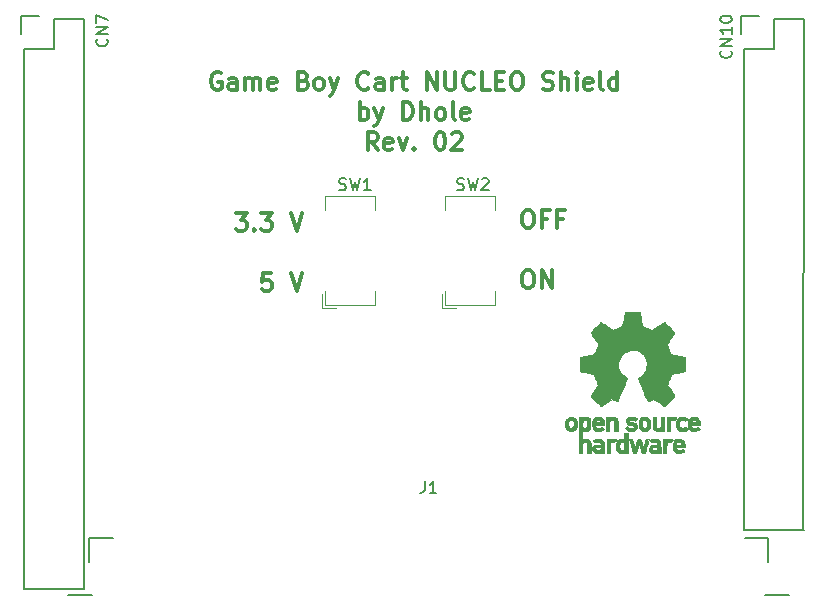
<source format=gto>
G04 #@! TF.GenerationSoftware,KiCad,Pcbnew,5.0.1*
G04 #@! TF.CreationDate,2018-11-27T23:31:16+01:00*
G04 #@! TF.ProjectId,STM_Morpho,53544D5F4D6F7270686F2E6B69636164,rev?*
G04 #@! TF.SameCoordinates,Original*
G04 #@! TF.FileFunction,Legend,Top*
G04 #@! TF.FilePolarity,Positive*
%FSLAX46Y46*%
G04 Gerber Fmt 4.6, Leading zero omitted, Abs format (unit mm)*
G04 Created by KiCad (PCBNEW 5.0.1) date Tue 27 Nov 2018 11:31:16 PM CET*
%MOMM*%
%LPD*%
G01*
G04 APERTURE LIST*
%ADD10C,0.300000*%
%ADD11C,0.150000*%
%ADD12C,0.120000*%
%ADD13C,0.010000*%
G04 APERTURE END LIST*
D10*
X148659142Y-74536000D02*
X148516285Y-74464571D01*
X148302000Y-74464571D01*
X148087714Y-74536000D01*
X147944857Y-74678857D01*
X147873428Y-74821714D01*
X147802000Y-75107428D01*
X147802000Y-75321714D01*
X147873428Y-75607428D01*
X147944857Y-75750285D01*
X148087714Y-75893142D01*
X148302000Y-75964571D01*
X148444857Y-75964571D01*
X148659142Y-75893142D01*
X148730571Y-75821714D01*
X148730571Y-75321714D01*
X148444857Y-75321714D01*
X150016285Y-75964571D02*
X150016285Y-75178857D01*
X149944857Y-75036000D01*
X149802000Y-74964571D01*
X149516285Y-74964571D01*
X149373428Y-75036000D01*
X150016285Y-75893142D02*
X149873428Y-75964571D01*
X149516285Y-75964571D01*
X149373428Y-75893142D01*
X149302000Y-75750285D01*
X149302000Y-75607428D01*
X149373428Y-75464571D01*
X149516285Y-75393142D01*
X149873428Y-75393142D01*
X150016285Y-75321714D01*
X150730571Y-75964571D02*
X150730571Y-74964571D01*
X150730571Y-75107428D02*
X150802000Y-75036000D01*
X150944857Y-74964571D01*
X151159142Y-74964571D01*
X151302000Y-75036000D01*
X151373428Y-75178857D01*
X151373428Y-75964571D01*
X151373428Y-75178857D02*
X151444857Y-75036000D01*
X151587714Y-74964571D01*
X151802000Y-74964571D01*
X151944857Y-75036000D01*
X152016285Y-75178857D01*
X152016285Y-75964571D01*
X153302000Y-75893142D02*
X153159142Y-75964571D01*
X152873428Y-75964571D01*
X152730571Y-75893142D01*
X152659142Y-75750285D01*
X152659142Y-75178857D01*
X152730571Y-75036000D01*
X152873428Y-74964571D01*
X153159142Y-74964571D01*
X153302000Y-75036000D01*
X153373428Y-75178857D01*
X153373428Y-75321714D01*
X152659142Y-75464571D01*
X155659142Y-75178857D02*
X155873428Y-75250285D01*
X155944857Y-75321714D01*
X156016285Y-75464571D01*
X156016285Y-75678857D01*
X155944857Y-75821714D01*
X155873428Y-75893142D01*
X155730571Y-75964571D01*
X155159142Y-75964571D01*
X155159142Y-74464571D01*
X155659142Y-74464571D01*
X155802000Y-74536000D01*
X155873428Y-74607428D01*
X155944857Y-74750285D01*
X155944857Y-74893142D01*
X155873428Y-75036000D01*
X155802000Y-75107428D01*
X155659142Y-75178857D01*
X155159142Y-75178857D01*
X156873428Y-75964571D02*
X156730571Y-75893142D01*
X156659142Y-75821714D01*
X156587714Y-75678857D01*
X156587714Y-75250285D01*
X156659142Y-75107428D01*
X156730571Y-75036000D01*
X156873428Y-74964571D01*
X157087714Y-74964571D01*
X157230571Y-75036000D01*
X157302000Y-75107428D01*
X157373428Y-75250285D01*
X157373428Y-75678857D01*
X157302000Y-75821714D01*
X157230571Y-75893142D01*
X157087714Y-75964571D01*
X156873428Y-75964571D01*
X157873428Y-74964571D02*
X158230571Y-75964571D01*
X158587714Y-74964571D02*
X158230571Y-75964571D01*
X158087714Y-76321714D01*
X158016285Y-76393142D01*
X157873428Y-76464571D01*
X161159142Y-75821714D02*
X161087714Y-75893142D01*
X160873428Y-75964571D01*
X160730571Y-75964571D01*
X160516285Y-75893142D01*
X160373428Y-75750285D01*
X160302000Y-75607428D01*
X160230571Y-75321714D01*
X160230571Y-75107428D01*
X160302000Y-74821714D01*
X160373428Y-74678857D01*
X160516285Y-74536000D01*
X160730571Y-74464571D01*
X160873428Y-74464571D01*
X161087714Y-74536000D01*
X161159142Y-74607428D01*
X162444857Y-75964571D02*
X162444857Y-75178857D01*
X162373428Y-75036000D01*
X162230571Y-74964571D01*
X161944857Y-74964571D01*
X161802000Y-75036000D01*
X162444857Y-75893142D02*
X162302000Y-75964571D01*
X161944857Y-75964571D01*
X161802000Y-75893142D01*
X161730571Y-75750285D01*
X161730571Y-75607428D01*
X161802000Y-75464571D01*
X161944857Y-75393142D01*
X162302000Y-75393142D01*
X162444857Y-75321714D01*
X163159142Y-75964571D02*
X163159142Y-74964571D01*
X163159142Y-75250285D02*
X163230571Y-75107428D01*
X163302000Y-75036000D01*
X163444857Y-74964571D01*
X163587714Y-74964571D01*
X163873428Y-74964571D02*
X164444857Y-74964571D01*
X164087714Y-74464571D02*
X164087714Y-75750285D01*
X164159142Y-75893142D01*
X164302000Y-75964571D01*
X164444857Y-75964571D01*
X166087714Y-75964571D02*
X166087714Y-74464571D01*
X166944857Y-75964571D01*
X166944857Y-74464571D01*
X167659142Y-74464571D02*
X167659142Y-75678857D01*
X167730571Y-75821714D01*
X167802000Y-75893142D01*
X167944857Y-75964571D01*
X168230571Y-75964571D01*
X168373428Y-75893142D01*
X168444857Y-75821714D01*
X168516285Y-75678857D01*
X168516285Y-74464571D01*
X170087714Y-75821714D02*
X170016285Y-75893142D01*
X169802000Y-75964571D01*
X169659142Y-75964571D01*
X169444857Y-75893142D01*
X169302000Y-75750285D01*
X169230571Y-75607428D01*
X169159142Y-75321714D01*
X169159142Y-75107428D01*
X169230571Y-74821714D01*
X169302000Y-74678857D01*
X169444857Y-74536000D01*
X169659142Y-74464571D01*
X169802000Y-74464571D01*
X170016285Y-74536000D01*
X170087714Y-74607428D01*
X171444857Y-75964571D02*
X170730571Y-75964571D01*
X170730571Y-74464571D01*
X171944857Y-75178857D02*
X172444857Y-75178857D01*
X172659142Y-75964571D02*
X171944857Y-75964571D01*
X171944857Y-74464571D01*
X172659142Y-74464571D01*
X173587714Y-74464571D02*
X173873428Y-74464571D01*
X174016285Y-74536000D01*
X174159142Y-74678857D01*
X174230571Y-74964571D01*
X174230571Y-75464571D01*
X174159142Y-75750285D01*
X174016285Y-75893142D01*
X173873428Y-75964571D01*
X173587714Y-75964571D01*
X173444857Y-75893142D01*
X173302000Y-75750285D01*
X173230571Y-75464571D01*
X173230571Y-74964571D01*
X173302000Y-74678857D01*
X173444857Y-74536000D01*
X173587714Y-74464571D01*
X175944857Y-75893142D02*
X176159142Y-75964571D01*
X176516285Y-75964571D01*
X176659142Y-75893142D01*
X176730571Y-75821714D01*
X176802000Y-75678857D01*
X176802000Y-75536000D01*
X176730571Y-75393142D01*
X176659142Y-75321714D01*
X176516285Y-75250285D01*
X176230571Y-75178857D01*
X176087714Y-75107428D01*
X176016285Y-75036000D01*
X175944857Y-74893142D01*
X175944857Y-74750285D01*
X176016285Y-74607428D01*
X176087714Y-74536000D01*
X176230571Y-74464571D01*
X176587714Y-74464571D01*
X176802000Y-74536000D01*
X177444857Y-75964571D02*
X177444857Y-74464571D01*
X178087714Y-75964571D02*
X178087714Y-75178857D01*
X178016285Y-75036000D01*
X177873428Y-74964571D01*
X177659142Y-74964571D01*
X177516285Y-75036000D01*
X177444857Y-75107428D01*
X178802000Y-75964571D02*
X178802000Y-74964571D01*
X178802000Y-74464571D02*
X178730571Y-74536000D01*
X178802000Y-74607428D01*
X178873428Y-74536000D01*
X178802000Y-74464571D01*
X178802000Y-74607428D01*
X180087714Y-75893142D02*
X179944857Y-75964571D01*
X179659142Y-75964571D01*
X179516285Y-75893142D01*
X179444857Y-75750285D01*
X179444857Y-75178857D01*
X179516285Y-75036000D01*
X179659142Y-74964571D01*
X179944857Y-74964571D01*
X180087714Y-75036000D01*
X180159142Y-75178857D01*
X180159142Y-75321714D01*
X179444857Y-75464571D01*
X181016285Y-75964571D02*
X180873428Y-75893142D01*
X180802000Y-75750285D01*
X180802000Y-74464571D01*
X182230571Y-75964571D02*
X182230571Y-74464571D01*
X182230571Y-75893142D02*
X182087714Y-75964571D01*
X181802000Y-75964571D01*
X181659142Y-75893142D01*
X181587714Y-75821714D01*
X181516285Y-75678857D01*
X181516285Y-75250285D01*
X181587714Y-75107428D01*
X181659142Y-75036000D01*
X181802000Y-74964571D01*
X182087714Y-74964571D01*
X182230571Y-75036000D01*
X160444857Y-78514571D02*
X160444857Y-77014571D01*
X160444857Y-77586000D02*
X160587714Y-77514571D01*
X160873428Y-77514571D01*
X161016285Y-77586000D01*
X161087714Y-77657428D01*
X161159142Y-77800285D01*
X161159142Y-78228857D01*
X161087714Y-78371714D01*
X161016285Y-78443142D01*
X160873428Y-78514571D01*
X160587714Y-78514571D01*
X160444857Y-78443142D01*
X161659142Y-77514571D02*
X162016285Y-78514571D01*
X162373428Y-77514571D02*
X162016285Y-78514571D01*
X161873428Y-78871714D01*
X161802000Y-78943142D01*
X161659142Y-79014571D01*
X164087714Y-78514571D02*
X164087714Y-77014571D01*
X164444857Y-77014571D01*
X164659142Y-77086000D01*
X164802000Y-77228857D01*
X164873428Y-77371714D01*
X164944857Y-77657428D01*
X164944857Y-77871714D01*
X164873428Y-78157428D01*
X164802000Y-78300285D01*
X164659142Y-78443142D01*
X164444857Y-78514571D01*
X164087714Y-78514571D01*
X165587714Y-78514571D02*
X165587714Y-77014571D01*
X166230571Y-78514571D02*
X166230571Y-77728857D01*
X166159142Y-77586000D01*
X166016285Y-77514571D01*
X165802000Y-77514571D01*
X165659142Y-77586000D01*
X165587714Y-77657428D01*
X167159142Y-78514571D02*
X167016285Y-78443142D01*
X166944857Y-78371714D01*
X166873428Y-78228857D01*
X166873428Y-77800285D01*
X166944857Y-77657428D01*
X167016285Y-77586000D01*
X167159142Y-77514571D01*
X167373428Y-77514571D01*
X167516285Y-77586000D01*
X167587714Y-77657428D01*
X167659142Y-77800285D01*
X167659142Y-78228857D01*
X167587714Y-78371714D01*
X167516285Y-78443142D01*
X167373428Y-78514571D01*
X167159142Y-78514571D01*
X168516285Y-78514571D02*
X168373428Y-78443142D01*
X168302000Y-78300285D01*
X168302000Y-77014571D01*
X169659142Y-78443142D02*
X169516285Y-78514571D01*
X169230571Y-78514571D01*
X169087714Y-78443142D01*
X169016285Y-78300285D01*
X169016285Y-77728857D01*
X169087714Y-77586000D01*
X169230571Y-77514571D01*
X169516285Y-77514571D01*
X169659142Y-77586000D01*
X169730571Y-77728857D01*
X169730571Y-77871714D01*
X169016285Y-78014571D01*
X161944857Y-81064571D02*
X161444857Y-80350285D01*
X161087714Y-81064571D02*
X161087714Y-79564571D01*
X161659142Y-79564571D01*
X161802000Y-79636000D01*
X161873428Y-79707428D01*
X161944857Y-79850285D01*
X161944857Y-80064571D01*
X161873428Y-80207428D01*
X161802000Y-80278857D01*
X161659142Y-80350285D01*
X161087714Y-80350285D01*
X163159142Y-80993142D02*
X163016285Y-81064571D01*
X162730571Y-81064571D01*
X162587714Y-80993142D01*
X162516285Y-80850285D01*
X162516285Y-80278857D01*
X162587714Y-80136000D01*
X162730571Y-80064571D01*
X163016285Y-80064571D01*
X163159142Y-80136000D01*
X163230571Y-80278857D01*
X163230571Y-80421714D01*
X162516285Y-80564571D01*
X163730571Y-80064571D02*
X164087714Y-81064571D01*
X164444857Y-80064571D01*
X165016285Y-80921714D02*
X165087714Y-80993142D01*
X165016285Y-81064571D01*
X164944857Y-80993142D01*
X165016285Y-80921714D01*
X165016285Y-81064571D01*
X167159142Y-79564571D02*
X167302000Y-79564571D01*
X167444857Y-79636000D01*
X167516285Y-79707428D01*
X167587714Y-79850285D01*
X167659142Y-80136000D01*
X167659142Y-80493142D01*
X167587714Y-80778857D01*
X167516285Y-80921714D01*
X167444857Y-80993142D01*
X167302000Y-81064571D01*
X167159142Y-81064571D01*
X167016285Y-80993142D01*
X166944857Y-80921714D01*
X166873428Y-80778857D01*
X166802000Y-80493142D01*
X166802000Y-80136000D01*
X166873428Y-79850285D01*
X166944857Y-79707428D01*
X167016285Y-79636000D01*
X167159142Y-79564571D01*
X168230571Y-79707428D02*
X168302000Y-79636000D01*
X168444857Y-79564571D01*
X168802000Y-79564571D01*
X168944857Y-79636000D01*
X169016285Y-79707428D01*
X169087714Y-79850285D01*
X169087714Y-79993142D01*
X169016285Y-80207428D01*
X168159142Y-81064571D01*
X169087714Y-81064571D01*
X174525857Y-86148571D02*
X174811571Y-86148571D01*
X174954428Y-86220000D01*
X175097285Y-86362857D01*
X175168714Y-86648571D01*
X175168714Y-87148571D01*
X175097285Y-87434285D01*
X174954428Y-87577142D01*
X174811571Y-87648571D01*
X174525857Y-87648571D01*
X174383000Y-87577142D01*
X174240142Y-87434285D01*
X174168714Y-87148571D01*
X174168714Y-86648571D01*
X174240142Y-86362857D01*
X174383000Y-86220000D01*
X174525857Y-86148571D01*
X176311571Y-86862857D02*
X175811571Y-86862857D01*
X175811571Y-87648571D02*
X175811571Y-86148571D01*
X176525857Y-86148571D01*
X177597285Y-86862857D02*
X177097285Y-86862857D01*
X177097285Y-87648571D02*
X177097285Y-86148571D01*
X177811571Y-86148571D01*
X174525857Y-91248571D02*
X174811571Y-91248571D01*
X174954428Y-91320000D01*
X175097285Y-91462857D01*
X175168714Y-91748571D01*
X175168714Y-92248571D01*
X175097285Y-92534285D01*
X174954428Y-92677142D01*
X174811571Y-92748571D01*
X174525857Y-92748571D01*
X174383000Y-92677142D01*
X174240142Y-92534285D01*
X174168714Y-92248571D01*
X174168714Y-91748571D01*
X174240142Y-91462857D01*
X174383000Y-91320000D01*
X174525857Y-91248571D01*
X175811571Y-92748571D02*
X175811571Y-91248571D01*
X176668714Y-92748571D01*
X176668714Y-91248571D01*
X149927285Y-86402571D02*
X150855857Y-86402571D01*
X150355857Y-86974000D01*
X150570142Y-86974000D01*
X150713000Y-87045428D01*
X150784428Y-87116857D01*
X150855857Y-87259714D01*
X150855857Y-87616857D01*
X150784428Y-87759714D01*
X150713000Y-87831142D01*
X150570142Y-87902571D01*
X150141571Y-87902571D01*
X149998714Y-87831142D01*
X149927285Y-87759714D01*
X151498714Y-87759714D02*
X151570142Y-87831142D01*
X151498714Y-87902571D01*
X151427285Y-87831142D01*
X151498714Y-87759714D01*
X151498714Y-87902571D01*
X152070142Y-86402571D02*
X152998714Y-86402571D01*
X152498714Y-86974000D01*
X152713000Y-86974000D01*
X152855857Y-87045428D01*
X152927285Y-87116857D01*
X152998714Y-87259714D01*
X152998714Y-87616857D01*
X152927285Y-87759714D01*
X152855857Y-87831142D01*
X152713000Y-87902571D01*
X152284428Y-87902571D01*
X152141571Y-87831142D01*
X152070142Y-87759714D01*
X154570142Y-86402571D02*
X155070142Y-87902571D01*
X155570142Y-86402571D01*
X152927285Y-91502571D02*
X152213000Y-91502571D01*
X152141571Y-92216857D01*
X152213000Y-92145428D01*
X152355857Y-92074000D01*
X152713000Y-92074000D01*
X152855857Y-92145428D01*
X152927285Y-92216857D01*
X152998714Y-92359714D01*
X152998714Y-92716857D01*
X152927285Y-92859714D01*
X152855857Y-92931142D01*
X152713000Y-93002571D01*
X152355857Y-93002571D01*
X152213000Y-92931142D01*
X152141571Y-92859714D01*
X154570142Y-91502571D02*
X155070142Y-93002571D01*
X155570142Y-91502571D01*
D11*
G04 #@! TO.C,J1*
X195000000Y-113950000D02*
X195000000Y-115950000D01*
X193000000Y-113950000D02*
X195000000Y-113950000D01*
X139500000Y-113950000D02*
X137500000Y-113950000D01*
X137500000Y-113950000D02*
X137500000Y-115950000D01*
X194750000Y-118700000D02*
X196750000Y-118700000D01*
X135750000Y-118700000D02*
X137750000Y-118700000D01*
G04 #@! TO.C,CN10*
X192660000Y-69690000D02*
X192660000Y-71240000D01*
X195480000Y-72510000D02*
X192940000Y-72510000D01*
X195480000Y-69970000D02*
X195480000Y-72510000D01*
X194210000Y-69690000D02*
X192660000Y-69690000D01*
X198020000Y-69970000D02*
X195480000Y-69970000D01*
X198020000Y-113240000D02*
X192940000Y-113240000D01*
X192960000Y-113240000D02*
X192940000Y-72510000D01*
X198020000Y-69970000D02*
X197960000Y-113240000D01*
G04 #@! TO.C,CN7*
X137060000Y-69970000D02*
X137060000Y-118230000D01*
X131980000Y-118230000D02*
X131980000Y-72510000D01*
X137060000Y-118230000D02*
X131980000Y-118230000D01*
X137060000Y-69970000D02*
X134520000Y-69970000D01*
X133250000Y-69690000D02*
X131700000Y-69690000D01*
X134520000Y-69970000D02*
X134520000Y-72510000D01*
X134520000Y-72510000D02*
X131980000Y-72510000D01*
X131700000Y-69690000D02*
X131700000Y-71240000D01*
D12*
G04 #@! TO.C,SW1*
X157190000Y-94460000D02*
X158390000Y-94460000D01*
X157190000Y-93260000D02*
X157190000Y-94460000D01*
X161690000Y-84960000D02*
X161690000Y-86160000D01*
X157490000Y-84960000D02*
X161690000Y-84960000D01*
X157490000Y-86160000D02*
X157490000Y-84960000D01*
X161690000Y-94160000D02*
X161690000Y-92960000D01*
X157490000Y-94160000D02*
X161690000Y-94160000D01*
X157490000Y-92960000D02*
X157490000Y-94160000D01*
G04 #@! TO.C,SW2*
X167350000Y-94460000D02*
X168550000Y-94460000D01*
X167350000Y-93260000D02*
X167350000Y-94460000D01*
X171850000Y-84960000D02*
X171850000Y-86160000D01*
X167650000Y-84960000D02*
X171850000Y-84960000D01*
X167650000Y-86160000D02*
X167650000Y-84960000D01*
X171850000Y-94160000D02*
X171850000Y-92960000D01*
X167650000Y-94160000D02*
X171850000Y-94160000D01*
X167650000Y-92960000D02*
X167650000Y-94160000D01*
D13*
G04 #@! TO.C,REF\002A\002A\002A*
G36*
X179719909Y-103659560D02*
X179772412Y-103685499D01*
X179837158Y-103730700D01*
X179884347Y-103779991D01*
X179916665Y-103841885D01*
X179936797Y-103924896D01*
X179947430Y-104037538D01*
X179951247Y-104188324D01*
X179951470Y-104253149D01*
X179950818Y-104395221D01*
X179948112Y-104496757D01*
X179942224Y-104567015D01*
X179932027Y-104615256D01*
X179916394Y-104650738D01*
X179900128Y-104674943D01*
X179796295Y-104777929D01*
X179674021Y-104839874D01*
X179542114Y-104858506D01*
X179409384Y-104831549D01*
X179367333Y-104812486D01*
X179266666Y-104760015D01*
X179266666Y-105582259D01*
X179340135Y-105544267D01*
X179436941Y-105514872D01*
X179555928Y-105507342D01*
X179674745Y-105521245D01*
X179764473Y-105552476D01*
X179838899Y-105611954D01*
X179902490Y-105697066D01*
X179907271Y-105705805D01*
X179927437Y-105746966D01*
X179942165Y-105788454D01*
X179952303Y-105838713D01*
X179958699Y-105906184D01*
X179962201Y-105999309D01*
X179963658Y-106126531D01*
X179963921Y-106269701D01*
X179963921Y-106726471D01*
X179690000Y-106726471D01*
X179690000Y-105884231D01*
X179613383Y-105819763D01*
X179533793Y-105768194D01*
X179458422Y-105758818D01*
X179382633Y-105782947D01*
X179342241Y-105806574D01*
X179312179Y-105840227D01*
X179290797Y-105891087D01*
X179276450Y-105966334D01*
X179267490Y-106073146D01*
X179262270Y-106218704D01*
X179260431Y-106315588D01*
X179254215Y-106714020D01*
X179123480Y-106721547D01*
X178992745Y-106729073D01*
X178992745Y-104256582D01*
X179266666Y-104256582D01*
X179273650Y-104394423D01*
X179297182Y-104490107D01*
X179341135Y-104549641D01*
X179409382Y-104579029D01*
X179478333Y-104584902D01*
X179556386Y-104578154D01*
X179608189Y-104551594D01*
X179640583Y-104516499D01*
X179666084Y-104478752D01*
X179681265Y-104436700D01*
X179688019Y-104377779D01*
X179688241Y-104289428D01*
X179685968Y-104215448D01*
X179680749Y-104104000D01*
X179672979Y-104030833D01*
X179659895Y-103984422D01*
X179638732Y-103953244D01*
X179618760Y-103935223D01*
X179535314Y-103895925D01*
X179436551Y-103889579D01*
X179379841Y-103903116D01*
X179323692Y-103951233D01*
X179286499Y-104044833D01*
X179268472Y-104183254D01*
X179266666Y-104256582D01*
X178992745Y-104256582D01*
X178992745Y-103638628D01*
X179129705Y-103638628D01*
X179211935Y-103641879D01*
X179254360Y-103653426D01*
X179266661Y-103675952D01*
X179266666Y-103676620D01*
X179272374Y-103698681D01*
X179297547Y-103696176D01*
X179347598Y-103671935D01*
X179464219Y-103634851D01*
X179595429Y-103630953D01*
X179719909Y-103659560D01*
X179719909Y-103659560D01*
G37*
X179719909Y-103659560D02*
X179772412Y-103685499D01*
X179837158Y-103730700D01*
X179884347Y-103779991D01*
X179916665Y-103841885D01*
X179936797Y-103924896D01*
X179947430Y-104037538D01*
X179951247Y-104188324D01*
X179951470Y-104253149D01*
X179950818Y-104395221D01*
X179948112Y-104496757D01*
X179942224Y-104567015D01*
X179932027Y-104615256D01*
X179916394Y-104650738D01*
X179900128Y-104674943D01*
X179796295Y-104777929D01*
X179674021Y-104839874D01*
X179542114Y-104858506D01*
X179409384Y-104831549D01*
X179367333Y-104812486D01*
X179266666Y-104760015D01*
X179266666Y-105582259D01*
X179340135Y-105544267D01*
X179436941Y-105514872D01*
X179555928Y-105507342D01*
X179674745Y-105521245D01*
X179764473Y-105552476D01*
X179838899Y-105611954D01*
X179902490Y-105697066D01*
X179907271Y-105705805D01*
X179927437Y-105746966D01*
X179942165Y-105788454D01*
X179952303Y-105838713D01*
X179958699Y-105906184D01*
X179962201Y-105999309D01*
X179963658Y-106126531D01*
X179963921Y-106269701D01*
X179963921Y-106726471D01*
X179690000Y-106726471D01*
X179690000Y-105884231D01*
X179613383Y-105819763D01*
X179533793Y-105768194D01*
X179458422Y-105758818D01*
X179382633Y-105782947D01*
X179342241Y-105806574D01*
X179312179Y-105840227D01*
X179290797Y-105891087D01*
X179276450Y-105966334D01*
X179267490Y-106073146D01*
X179262270Y-106218704D01*
X179260431Y-106315588D01*
X179254215Y-106714020D01*
X179123480Y-106721547D01*
X178992745Y-106729073D01*
X178992745Y-104256582D01*
X179266666Y-104256582D01*
X179273650Y-104394423D01*
X179297182Y-104490107D01*
X179341135Y-104549641D01*
X179409382Y-104579029D01*
X179478333Y-104584902D01*
X179556386Y-104578154D01*
X179608189Y-104551594D01*
X179640583Y-104516499D01*
X179666084Y-104478752D01*
X179681265Y-104436700D01*
X179688019Y-104377779D01*
X179688241Y-104289428D01*
X179685968Y-104215448D01*
X179680749Y-104104000D01*
X179672979Y-104030833D01*
X179659895Y-103984422D01*
X179638732Y-103953244D01*
X179618760Y-103935223D01*
X179535314Y-103895925D01*
X179436551Y-103889579D01*
X179379841Y-103903116D01*
X179323692Y-103951233D01*
X179286499Y-104044833D01*
X179268472Y-104183254D01*
X179266666Y-104256582D01*
X178992745Y-104256582D01*
X178992745Y-103638628D01*
X179129705Y-103638628D01*
X179211935Y-103641879D01*
X179254360Y-103653426D01*
X179266661Y-103675952D01*
X179266666Y-103676620D01*
X179272374Y-103698681D01*
X179297547Y-103696176D01*
X179347598Y-103671935D01*
X179464219Y-103634851D01*
X179595429Y-103630953D01*
X179719909Y-103659560D01*
G36*
X180758720Y-105515922D02*
X180875870Y-105547180D01*
X180965051Y-105603837D01*
X181027984Y-105678045D01*
X181047548Y-105709716D01*
X181061992Y-105742891D01*
X181072089Y-105785329D01*
X181078615Y-105844788D01*
X181082342Y-105929029D01*
X181084046Y-106045810D01*
X181084500Y-106202890D01*
X181084509Y-106244565D01*
X181084509Y-106726471D01*
X180964980Y-106726471D01*
X180888739Y-106721131D01*
X180832366Y-106707604D01*
X180818242Y-106699262D01*
X180779630Y-106684864D01*
X180740192Y-106699262D01*
X180675262Y-106717237D01*
X180580945Y-106724472D01*
X180476407Y-106721333D01*
X180380811Y-106708186D01*
X180325000Y-106691318D01*
X180216998Y-106621986D01*
X180149503Y-106525772D01*
X180119159Y-106397844D01*
X180118877Y-106394559D01*
X180121540Y-106337808D01*
X180362353Y-106337808D01*
X180383405Y-106402358D01*
X180417697Y-106438686D01*
X180486532Y-106466162D01*
X180577390Y-106477129D01*
X180670042Y-106471731D01*
X180744256Y-106450110D01*
X180765049Y-106436239D01*
X180801381Y-106372143D01*
X180810588Y-106299278D01*
X180810588Y-106203530D01*
X180672827Y-106203530D01*
X180541953Y-106213605D01*
X180442741Y-106242148D01*
X180381023Y-106286639D01*
X180362353Y-106337808D01*
X180121540Y-106337808D01*
X180125436Y-106254790D01*
X180171534Y-106144282D01*
X180258200Y-106060712D01*
X180270179Y-106053110D01*
X180321655Y-106028357D01*
X180385368Y-106013368D01*
X180474435Y-106006082D01*
X180580245Y-106004407D01*
X180810588Y-106004314D01*
X180810588Y-105907755D01*
X180800817Y-105832836D01*
X180775884Y-105782644D01*
X180772965Y-105779972D01*
X180717481Y-105758015D01*
X180633727Y-105749505D01*
X180541167Y-105753687D01*
X180459270Y-105769809D01*
X180410673Y-105793990D01*
X180384341Y-105813359D01*
X180356535Y-105817057D01*
X180318161Y-105801188D01*
X180260125Y-105761855D01*
X180173331Y-105695164D01*
X180165365Y-105688916D01*
X180169447Y-105665800D01*
X180203501Y-105627352D01*
X180255260Y-105584627D01*
X180312455Y-105548679D01*
X180330425Y-105540191D01*
X180395972Y-105523252D01*
X180492020Y-105511170D01*
X180599329Y-105506323D01*
X180604347Y-105506313D01*
X180758720Y-105515922D01*
X180758720Y-105515922D01*
G37*
X180758720Y-105515922D02*
X180875870Y-105547180D01*
X180965051Y-105603837D01*
X181027984Y-105678045D01*
X181047548Y-105709716D01*
X181061992Y-105742891D01*
X181072089Y-105785329D01*
X181078615Y-105844788D01*
X181082342Y-105929029D01*
X181084046Y-106045810D01*
X181084500Y-106202890D01*
X181084509Y-106244565D01*
X181084509Y-106726471D01*
X180964980Y-106726471D01*
X180888739Y-106721131D01*
X180832366Y-106707604D01*
X180818242Y-106699262D01*
X180779630Y-106684864D01*
X180740192Y-106699262D01*
X180675262Y-106717237D01*
X180580945Y-106724472D01*
X180476407Y-106721333D01*
X180380811Y-106708186D01*
X180325000Y-106691318D01*
X180216998Y-106621986D01*
X180149503Y-106525772D01*
X180119159Y-106397844D01*
X180118877Y-106394559D01*
X180121540Y-106337808D01*
X180362353Y-106337808D01*
X180383405Y-106402358D01*
X180417697Y-106438686D01*
X180486532Y-106466162D01*
X180577390Y-106477129D01*
X180670042Y-106471731D01*
X180744256Y-106450110D01*
X180765049Y-106436239D01*
X180801381Y-106372143D01*
X180810588Y-106299278D01*
X180810588Y-106203530D01*
X180672827Y-106203530D01*
X180541953Y-106213605D01*
X180442741Y-106242148D01*
X180381023Y-106286639D01*
X180362353Y-106337808D01*
X180121540Y-106337808D01*
X180125436Y-106254790D01*
X180171534Y-106144282D01*
X180258200Y-106060712D01*
X180270179Y-106053110D01*
X180321655Y-106028357D01*
X180385368Y-106013368D01*
X180474435Y-106006082D01*
X180580245Y-106004407D01*
X180810588Y-106004314D01*
X180810588Y-105907755D01*
X180800817Y-105832836D01*
X180775884Y-105782644D01*
X180772965Y-105779972D01*
X180717481Y-105758015D01*
X180633727Y-105749505D01*
X180541167Y-105753687D01*
X180459270Y-105769809D01*
X180410673Y-105793990D01*
X180384341Y-105813359D01*
X180356535Y-105817057D01*
X180318161Y-105801188D01*
X180260125Y-105761855D01*
X180173331Y-105695164D01*
X180165365Y-105688916D01*
X180169447Y-105665800D01*
X180203501Y-105627352D01*
X180255260Y-105584627D01*
X180312455Y-105548679D01*
X180330425Y-105540191D01*
X180395972Y-105523252D01*
X180492020Y-105511170D01*
X180599329Y-105506323D01*
X180604347Y-105506313D01*
X180758720Y-105515922D01*
G36*
X181532764Y-105508921D02*
X181570030Y-105520091D01*
X181582043Y-105544633D01*
X181582549Y-105555712D01*
X181584704Y-105586572D01*
X181599551Y-105591417D01*
X181639657Y-105570260D01*
X181663480Y-105555806D01*
X181738638Y-105524850D01*
X181828406Y-105509544D01*
X181922529Y-105508367D01*
X182010754Y-105519799D01*
X182082826Y-105542320D01*
X182128492Y-105574409D01*
X182137498Y-105614545D01*
X182132953Y-105625415D01*
X182099821Y-105670534D01*
X182048445Y-105726026D01*
X182039152Y-105734996D01*
X181990182Y-105776245D01*
X181947931Y-105789572D01*
X181888841Y-105780271D01*
X181865169Y-105774090D01*
X181791504Y-105759246D01*
X181739710Y-105765921D01*
X181695969Y-105789465D01*
X181655902Y-105821061D01*
X181626392Y-105860798D01*
X181605884Y-105916252D01*
X181592824Y-105995003D01*
X181585656Y-106104629D01*
X181582824Y-106252706D01*
X181582549Y-106342111D01*
X181582549Y-106726471D01*
X181333529Y-106726471D01*
X181333529Y-105506275D01*
X181458039Y-105506275D01*
X181532764Y-105508921D01*
X181532764Y-105508921D01*
G37*
X181532764Y-105508921D02*
X181570030Y-105520091D01*
X181582043Y-105544633D01*
X181582549Y-105555712D01*
X181584704Y-105586572D01*
X181599551Y-105591417D01*
X181639657Y-105570260D01*
X181663480Y-105555806D01*
X181738638Y-105524850D01*
X181828406Y-105509544D01*
X181922529Y-105508367D01*
X182010754Y-105519799D01*
X182082826Y-105542320D01*
X182128492Y-105574409D01*
X182137498Y-105614545D01*
X182132953Y-105625415D01*
X182099821Y-105670534D01*
X182048445Y-105726026D01*
X182039152Y-105734996D01*
X181990182Y-105776245D01*
X181947931Y-105789572D01*
X181888841Y-105780271D01*
X181865169Y-105774090D01*
X181791504Y-105759246D01*
X181739710Y-105765921D01*
X181695969Y-105789465D01*
X181655902Y-105821061D01*
X181626392Y-105860798D01*
X181605884Y-105916252D01*
X181592824Y-105995003D01*
X181585656Y-106104629D01*
X181582824Y-106252706D01*
X181582549Y-106342111D01*
X181582549Y-106726471D01*
X181333529Y-106726471D01*
X181333529Y-105506275D01*
X181458039Y-105506275D01*
X181532764Y-105508921D01*
G36*
X183101568Y-106726471D02*
X182964607Y-106726471D01*
X182885111Y-106724140D01*
X182843708Y-106714488D01*
X182828801Y-106693525D01*
X182827647Y-106679351D01*
X182825133Y-106650927D01*
X182809280Y-106645475D01*
X182767621Y-106662998D01*
X182735224Y-106679351D01*
X182610849Y-106718103D01*
X182475646Y-106720346D01*
X182365726Y-106691444D01*
X182263366Y-106621619D01*
X182185340Y-106518555D01*
X182142614Y-106396989D01*
X182141526Y-106390192D01*
X182135178Y-106316032D01*
X182132021Y-106209570D01*
X182132275Y-106129052D01*
X182404289Y-106129052D01*
X182410590Y-106236070D01*
X182424925Y-106324278D01*
X182444331Y-106374090D01*
X182517746Y-106442162D01*
X182604914Y-106466564D01*
X182694804Y-106446831D01*
X182771617Y-106387968D01*
X182800708Y-106348379D01*
X182817717Y-106301138D01*
X182825684Y-106232181D01*
X182827647Y-106128607D01*
X182824134Y-106026039D01*
X182814857Y-105935921D01*
X182801706Y-105875613D01*
X182799514Y-105870208D01*
X182746478Y-105805940D01*
X182669067Y-105770656D01*
X182582454Y-105764959D01*
X182501807Y-105789453D01*
X182442297Y-105844742D01*
X182436124Y-105855743D01*
X182416801Y-105922827D01*
X182406274Y-106019284D01*
X182404289Y-106129052D01*
X182132275Y-106129052D01*
X182132404Y-106088225D01*
X182134194Y-106022918D01*
X182146373Y-105861355D01*
X182171685Y-105740053D01*
X182213793Y-105650379D01*
X182276359Y-105583699D01*
X182337100Y-105544557D01*
X182421964Y-105517040D01*
X182527515Y-105507603D01*
X182635598Y-105515290D01*
X182728058Y-105539146D01*
X182776910Y-105567685D01*
X182827647Y-105613601D01*
X182827647Y-105033137D01*
X183101568Y-105033137D01*
X183101568Y-106726471D01*
X183101568Y-106726471D01*
G37*
X183101568Y-106726471D02*
X182964607Y-106726471D01*
X182885111Y-106724140D01*
X182843708Y-106714488D01*
X182828801Y-106693525D01*
X182827647Y-106679351D01*
X182825133Y-106650927D01*
X182809280Y-106645475D01*
X182767621Y-106662998D01*
X182735224Y-106679351D01*
X182610849Y-106718103D01*
X182475646Y-106720346D01*
X182365726Y-106691444D01*
X182263366Y-106621619D01*
X182185340Y-106518555D01*
X182142614Y-106396989D01*
X182141526Y-106390192D01*
X182135178Y-106316032D01*
X182132021Y-106209570D01*
X182132275Y-106129052D01*
X182404289Y-106129052D01*
X182410590Y-106236070D01*
X182424925Y-106324278D01*
X182444331Y-106374090D01*
X182517746Y-106442162D01*
X182604914Y-106466564D01*
X182694804Y-106446831D01*
X182771617Y-106387968D01*
X182800708Y-106348379D01*
X182817717Y-106301138D01*
X182825684Y-106232181D01*
X182827647Y-106128607D01*
X182824134Y-106026039D01*
X182814857Y-105935921D01*
X182801706Y-105875613D01*
X182799514Y-105870208D01*
X182746478Y-105805940D01*
X182669067Y-105770656D01*
X182582454Y-105764959D01*
X182501807Y-105789453D01*
X182442297Y-105844742D01*
X182436124Y-105855743D01*
X182416801Y-105922827D01*
X182406274Y-106019284D01*
X182404289Y-106129052D01*
X182132275Y-106129052D01*
X182132404Y-106088225D01*
X182134194Y-106022918D01*
X182146373Y-105861355D01*
X182171685Y-105740053D01*
X182213793Y-105650379D01*
X182276359Y-105583699D01*
X182337100Y-105544557D01*
X182421964Y-105517040D01*
X182527515Y-105507603D01*
X182635598Y-105515290D01*
X182728058Y-105539146D01*
X182776910Y-105567685D01*
X182827647Y-105613601D01*
X182827647Y-105033137D01*
X183101568Y-105033137D01*
X183101568Y-106726471D01*
G36*
X184057528Y-105511332D02*
X184156014Y-105518726D01*
X184284776Y-105904706D01*
X184413537Y-106290686D01*
X184453911Y-106153726D01*
X184478207Y-106069083D01*
X184510167Y-105954697D01*
X184544679Y-105828963D01*
X184562928Y-105761520D01*
X184631571Y-105506275D01*
X184914773Y-105506275D01*
X184830122Y-105773971D01*
X184788435Y-105905638D01*
X184738074Y-106064458D01*
X184685481Y-106230128D01*
X184638530Y-106377843D01*
X184531589Y-106714020D01*
X184300661Y-106729044D01*
X184238050Y-106522316D01*
X184199438Y-106393896D01*
X184157300Y-106252322D01*
X184120472Y-106127285D01*
X184119018Y-106122309D01*
X184091511Y-106037586D01*
X184067242Y-105979778D01*
X184050243Y-105957918D01*
X184046750Y-105960446D01*
X184034490Y-105994336D01*
X184011195Y-106066930D01*
X183979700Y-106169101D01*
X183942842Y-106291720D01*
X183922899Y-106359167D01*
X183814895Y-106726471D01*
X183585679Y-106726471D01*
X183402439Y-106147500D01*
X183350963Y-105985091D01*
X183304070Y-105837602D01*
X183263977Y-105711960D01*
X183232897Y-105615095D01*
X183213045Y-105553934D01*
X183207011Y-105536065D01*
X183211788Y-105517768D01*
X183249297Y-105509755D01*
X183327355Y-105510557D01*
X183339574Y-105511163D01*
X183484326Y-105518726D01*
X183579130Y-105867353D01*
X183613977Y-105994497D01*
X183645117Y-106106265D01*
X183669809Y-106192953D01*
X183685312Y-106244856D01*
X183688176Y-106253318D01*
X183700046Y-106243587D01*
X183723983Y-106193172D01*
X183757239Y-106108935D01*
X183797064Y-105997741D01*
X183830730Y-105897297D01*
X183959041Y-105503939D01*
X184057528Y-105511332D01*
X184057528Y-105511332D01*
G37*
X184057528Y-105511332D02*
X184156014Y-105518726D01*
X184284776Y-105904706D01*
X184413537Y-106290686D01*
X184453911Y-106153726D01*
X184478207Y-106069083D01*
X184510167Y-105954697D01*
X184544679Y-105828963D01*
X184562928Y-105761520D01*
X184631571Y-105506275D01*
X184914773Y-105506275D01*
X184830122Y-105773971D01*
X184788435Y-105905638D01*
X184738074Y-106064458D01*
X184685481Y-106230128D01*
X184638530Y-106377843D01*
X184531589Y-106714020D01*
X184300661Y-106729044D01*
X184238050Y-106522316D01*
X184199438Y-106393896D01*
X184157300Y-106252322D01*
X184120472Y-106127285D01*
X184119018Y-106122309D01*
X184091511Y-106037586D01*
X184067242Y-105979778D01*
X184050243Y-105957918D01*
X184046750Y-105960446D01*
X184034490Y-105994336D01*
X184011195Y-106066930D01*
X183979700Y-106169101D01*
X183942842Y-106291720D01*
X183922899Y-106359167D01*
X183814895Y-106726471D01*
X183585679Y-106726471D01*
X183402439Y-106147500D01*
X183350963Y-105985091D01*
X183304070Y-105837602D01*
X183263977Y-105711960D01*
X183232897Y-105615095D01*
X183213045Y-105553934D01*
X183207011Y-105536065D01*
X183211788Y-105517768D01*
X183249297Y-105509755D01*
X183327355Y-105510557D01*
X183339574Y-105511163D01*
X183484326Y-105518726D01*
X183579130Y-105867353D01*
X183613977Y-105994497D01*
X183645117Y-106106265D01*
X183669809Y-106192953D01*
X183685312Y-106244856D01*
X183688176Y-106253318D01*
X183700046Y-106243587D01*
X183723983Y-106193172D01*
X183757239Y-106108935D01*
X183797064Y-105997741D01*
X183830730Y-105897297D01*
X183959041Y-105503939D01*
X184057528Y-105511332D01*
G36*
X185556459Y-105513669D02*
X185661420Y-105539163D01*
X185691761Y-105552669D01*
X185750573Y-105588046D01*
X185795709Y-105627890D01*
X185829106Y-105679120D01*
X185852701Y-105748654D01*
X185868433Y-105843409D01*
X185878239Y-105970305D01*
X185884057Y-106136258D01*
X185886266Y-106247108D01*
X185894396Y-106726471D01*
X185755531Y-106726471D01*
X185671287Y-106722938D01*
X185627884Y-106710866D01*
X185616666Y-106690594D01*
X185610744Y-106668674D01*
X185584266Y-106672865D01*
X185548186Y-106690441D01*
X185457862Y-106717382D01*
X185341777Y-106724642D01*
X185219680Y-106712767D01*
X185111321Y-106682305D01*
X185101602Y-106678077D01*
X185002568Y-106608505D01*
X184937281Y-106511789D01*
X184907240Y-106398738D01*
X184909535Y-106358122D01*
X185154633Y-106358122D01*
X185176229Y-106412782D01*
X185240259Y-106451952D01*
X185343565Y-106472974D01*
X185398774Y-106475766D01*
X185490782Y-106468620D01*
X185551941Y-106440848D01*
X185566862Y-106427647D01*
X185607287Y-106355829D01*
X185616666Y-106290686D01*
X185616666Y-106203530D01*
X185495269Y-106203530D01*
X185354153Y-106210722D01*
X185255173Y-106233345D01*
X185192633Y-106272964D01*
X185178631Y-106290628D01*
X185154633Y-106358122D01*
X184909535Y-106358122D01*
X184913941Y-106280157D01*
X184958880Y-106166855D01*
X185020196Y-106090285D01*
X185057332Y-106057181D01*
X185093687Y-106035425D01*
X185140990Y-106022161D01*
X185210973Y-106014528D01*
X185315364Y-106009670D01*
X185356770Y-106008273D01*
X185616666Y-105999780D01*
X185616285Y-105921116D01*
X185606219Y-105838428D01*
X185569829Y-105788431D01*
X185496311Y-105756489D01*
X185494339Y-105755920D01*
X185390105Y-105743361D01*
X185288108Y-105759766D01*
X185212305Y-105799657D01*
X185181890Y-105819354D01*
X185149132Y-105816629D01*
X185098721Y-105788091D01*
X185069119Y-105767950D01*
X185011218Y-105724919D01*
X184975352Y-105692662D01*
X184969597Y-105683427D01*
X184993295Y-105635636D01*
X185063313Y-105578562D01*
X185093725Y-105559305D01*
X185181155Y-105526140D01*
X185298983Y-105507350D01*
X185429866Y-105503129D01*
X185556459Y-105513669D01*
X185556459Y-105513669D01*
G37*
X185556459Y-105513669D02*
X185661420Y-105539163D01*
X185691761Y-105552669D01*
X185750573Y-105588046D01*
X185795709Y-105627890D01*
X185829106Y-105679120D01*
X185852701Y-105748654D01*
X185868433Y-105843409D01*
X185878239Y-105970305D01*
X185884057Y-106136258D01*
X185886266Y-106247108D01*
X185894396Y-106726471D01*
X185755531Y-106726471D01*
X185671287Y-106722938D01*
X185627884Y-106710866D01*
X185616666Y-106690594D01*
X185610744Y-106668674D01*
X185584266Y-106672865D01*
X185548186Y-106690441D01*
X185457862Y-106717382D01*
X185341777Y-106724642D01*
X185219680Y-106712767D01*
X185111321Y-106682305D01*
X185101602Y-106678077D01*
X185002568Y-106608505D01*
X184937281Y-106511789D01*
X184907240Y-106398738D01*
X184909535Y-106358122D01*
X185154633Y-106358122D01*
X185176229Y-106412782D01*
X185240259Y-106451952D01*
X185343565Y-106472974D01*
X185398774Y-106475766D01*
X185490782Y-106468620D01*
X185551941Y-106440848D01*
X185566862Y-106427647D01*
X185607287Y-106355829D01*
X185616666Y-106290686D01*
X185616666Y-106203530D01*
X185495269Y-106203530D01*
X185354153Y-106210722D01*
X185255173Y-106233345D01*
X185192633Y-106272964D01*
X185178631Y-106290628D01*
X185154633Y-106358122D01*
X184909535Y-106358122D01*
X184913941Y-106280157D01*
X184958880Y-106166855D01*
X185020196Y-106090285D01*
X185057332Y-106057181D01*
X185093687Y-106035425D01*
X185140990Y-106022161D01*
X185210973Y-106014528D01*
X185315364Y-106009670D01*
X185356770Y-106008273D01*
X185616666Y-105999780D01*
X185616285Y-105921116D01*
X185606219Y-105838428D01*
X185569829Y-105788431D01*
X185496311Y-105756489D01*
X185494339Y-105755920D01*
X185390105Y-105743361D01*
X185288108Y-105759766D01*
X185212305Y-105799657D01*
X185181890Y-105819354D01*
X185149132Y-105816629D01*
X185098721Y-105788091D01*
X185069119Y-105767950D01*
X185011218Y-105724919D01*
X184975352Y-105692662D01*
X184969597Y-105683427D01*
X184993295Y-105635636D01*
X185063313Y-105578562D01*
X185093725Y-105559305D01*
X185181155Y-105526140D01*
X185298983Y-105507350D01*
X185429866Y-105503129D01*
X185556459Y-105513669D01*
G36*
X186738446Y-105505883D02*
X186834177Y-105524755D01*
X186888677Y-105552699D01*
X186946008Y-105599123D01*
X186864441Y-105702111D01*
X186814150Y-105764479D01*
X186780001Y-105794907D01*
X186746063Y-105799555D01*
X186696406Y-105784586D01*
X186673096Y-105776117D01*
X186578063Y-105763622D01*
X186491032Y-105790406D01*
X186427138Y-105850915D01*
X186416759Y-105870208D01*
X186405456Y-105921314D01*
X186396732Y-106015500D01*
X186390997Y-106146089D01*
X186388660Y-106306405D01*
X186388627Y-106329211D01*
X186388627Y-106726471D01*
X186114705Y-106726471D01*
X186114705Y-105506275D01*
X186251666Y-105506275D01*
X186330638Y-105508337D01*
X186371779Y-105517513D01*
X186386992Y-105538290D01*
X186388627Y-105557886D01*
X186388627Y-105609497D01*
X186454240Y-105557886D01*
X186529475Y-105522675D01*
X186630544Y-105505265D01*
X186738446Y-105505883D01*
X186738446Y-105505883D01*
G37*
X186738446Y-105505883D02*
X186834177Y-105524755D01*
X186888677Y-105552699D01*
X186946008Y-105599123D01*
X186864441Y-105702111D01*
X186814150Y-105764479D01*
X186780001Y-105794907D01*
X186746063Y-105799555D01*
X186696406Y-105784586D01*
X186673096Y-105776117D01*
X186578063Y-105763622D01*
X186491032Y-105790406D01*
X186427138Y-105850915D01*
X186416759Y-105870208D01*
X186405456Y-105921314D01*
X186396732Y-106015500D01*
X186390997Y-106146089D01*
X186388660Y-106306405D01*
X186388627Y-106329211D01*
X186388627Y-106726471D01*
X186114705Y-106726471D01*
X186114705Y-105506275D01*
X186251666Y-105506275D01*
X186330638Y-105508337D01*
X186371779Y-105517513D01*
X186386992Y-105538290D01*
X186388627Y-105557886D01*
X186388627Y-105609497D01*
X186454240Y-105557886D01*
X186529475Y-105522675D01*
X186630544Y-105505265D01*
X186738446Y-105505883D01*
G36*
X187525307Y-105512784D02*
X187644337Y-105543731D01*
X187744021Y-105607600D01*
X187792288Y-105655313D01*
X187871408Y-105768106D01*
X187916752Y-105898950D01*
X187932330Y-106059792D01*
X187932410Y-106072794D01*
X187932549Y-106203530D01*
X187180091Y-106203530D01*
X187196130Y-106272010D01*
X187225091Y-106334031D01*
X187275778Y-106398654D01*
X187286379Y-106408971D01*
X187377494Y-106464805D01*
X187481400Y-106474275D01*
X187601000Y-106437540D01*
X187621274Y-106427647D01*
X187683456Y-106397574D01*
X187725106Y-106380440D01*
X187732373Y-106378855D01*
X187757740Y-106394242D01*
X187806120Y-106431887D01*
X187830679Y-106452459D01*
X187881570Y-106499714D01*
X187898281Y-106530917D01*
X187886683Y-106559620D01*
X187880483Y-106567468D01*
X187838493Y-106601819D01*
X187769206Y-106643565D01*
X187720882Y-106667935D01*
X187583711Y-106710873D01*
X187431847Y-106724786D01*
X187288024Y-106708300D01*
X187247745Y-106696496D01*
X187123078Y-106629689D01*
X187030671Y-106526892D01*
X186969990Y-106387105D01*
X186940498Y-106209330D01*
X186937260Y-106116373D01*
X186946714Y-105981033D01*
X187185490Y-105981033D01*
X187208584Y-105991038D01*
X187270662Y-105998888D01*
X187360914Y-106003521D01*
X187422058Y-106004314D01*
X187532040Y-106003549D01*
X187601457Y-105999970D01*
X187639538Y-105991649D01*
X187655515Y-105976657D01*
X187658627Y-105954903D01*
X187637278Y-105887892D01*
X187583529Y-105821664D01*
X187512822Y-105770832D01*
X187442089Y-105750038D01*
X187346016Y-105768484D01*
X187262849Y-105821811D01*
X187205186Y-105898677D01*
X187185490Y-105981033D01*
X186946714Y-105981033D01*
X186951028Y-105919291D01*
X186993520Y-105762271D01*
X187065635Y-105644069D01*
X187168273Y-105563440D01*
X187302332Y-105519139D01*
X187374957Y-105510607D01*
X187525307Y-105512784D01*
X187525307Y-105512784D01*
G37*
X187525307Y-105512784D02*
X187644337Y-105543731D01*
X187744021Y-105607600D01*
X187792288Y-105655313D01*
X187871408Y-105768106D01*
X187916752Y-105898950D01*
X187932330Y-106059792D01*
X187932410Y-106072794D01*
X187932549Y-106203530D01*
X187180091Y-106203530D01*
X187196130Y-106272010D01*
X187225091Y-106334031D01*
X187275778Y-106398654D01*
X187286379Y-106408971D01*
X187377494Y-106464805D01*
X187481400Y-106474275D01*
X187601000Y-106437540D01*
X187621274Y-106427647D01*
X187683456Y-106397574D01*
X187725106Y-106380440D01*
X187732373Y-106378855D01*
X187757740Y-106394242D01*
X187806120Y-106431887D01*
X187830679Y-106452459D01*
X187881570Y-106499714D01*
X187898281Y-106530917D01*
X187886683Y-106559620D01*
X187880483Y-106567468D01*
X187838493Y-106601819D01*
X187769206Y-106643565D01*
X187720882Y-106667935D01*
X187583711Y-106710873D01*
X187431847Y-106724786D01*
X187288024Y-106708300D01*
X187247745Y-106696496D01*
X187123078Y-106629689D01*
X187030671Y-106526892D01*
X186969990Y-106387105D01*
X186940498Y-106209330D01*
X186937260Y-106116373D01*
X186946714Y-105981033D01*
X187185490Y-105981033D01*
X187208584Y-105991038D01*
X187270662Y-105998888D01*
X187360914Y-106003521D01*
X187422058Y-106004314D01*
X187532040Y-106003549D01*
X187601457Y-105999970D01*
X187639538Y-105991649D01*
X187655515Y-105976657D01*
X187658627Y-105954903D01*
X187637278Y-105887892D01*
X187583529Y-105821664D01*
X187512822Y-105770832D01*
X187442089Y-105750038D01*
X187346016Y-105768484D01*
X187262849Y-105821811D01*
X187205186Y-105898677D01*
X187185490Y-105981033D01*
X186946714Y-105981033D01*
X186951028Y-105919291D01*
X186993520Y-105762271D01*
X187065635Y-105644069D01*
X187168273Y-105563440D01*
X187302332Y-105519139D01*
X187374957Y-105510607D01*
X187525307Y-105512784D01*
G36*
X178473247Y-103651568D02*
X178603522Y-103709163D01*
X178702419Y-103805334D01*
X178770082Y-103940229D01*
X178806655Y-104113996D01*
X178809276Y-104141126D01*
X178811330Y-104332408D01*
X178784699Y-104500073D01*
X178731001Y-104635967D01*
X178702247Y-104679681D01*
X178602091Y-104772198D01*
X178474537Y-104832119D01*
X178331837Y-104856985D01*
X178186240Y-104844339D01*
X178075562Y-104805391D01*
X177980384Y-104739755D01*
X177902594Y-104653699D01*
X177901249Y-104651685D01*
X177869657Y-104598570D01*
X177849127Y-104545160D01*
X177836695Y-104477754D01*
X177829397Y-104382653D01*
X177826182Y-104304666D01*
X177824844Y-104233944D01*
X178073814Y-104233944D01*
X178076247Y-104304348D01*
X178085080Y-104398068D01*
X178100664Y-104458214D01*
X178128766Y-104501006D01*
X178155086Y-104526002D01*
X178248392Y-104578338D01*
X178346020Y-104585333D01*
X178436942Y-104547676D01*
X178482402Y-104505479D01*
X178515162Y-104462956D01*
X178534323Y-104422267D01*
X178542733Y-104369314D01*
X178543237Y-104289997D01*
X178540645Y-104216950D01*
X178535071Y-104112601D01*
X178526234Y-104044920D01*
X178510307Y-104000774D01*
X178483462Y-103967031D01*
X178462189Y-103947746D01*
X178373206Y-103897086D01*
X178277211Y-103894560D01*
X178196719Y-103924567D01*
X178128053Y-103987231D01*
X178087144Y-104090168D01*
X178073814Y-104233944D01*
X177824844Y-104233944D01*
X177823246Y-104149582D01*
X177828260Y-104033600D01*
X177843283Y-103946367D01*
X177870376Y-103877530D01*
X177911600Y-103816737D01*
X177926885Y-103798686D01*
X178022454Y-103708746D01*
X178124961Y-103656211D01*
X178250321Y-103634201D01*
X178311450Y-103632402D01*
X178473247Y-103651568D01*
X178473247Y-103651568D01*
G37*
X178473247Y-103651568D02*
X178603522Y-103709163D01*
X178702419Y-103805334D01*
X178770082Y-103940229D01*
X178806655Y-104113996D01*
X178809276Y-104141126D01*
X178811330Y-104332408D01*
X178784699Y-104500073D01*
X178731001Y-104635967D01*
X178702247Y-104679681D01*
X178602091Y-104772198D01*
X178474537Y-104832119D01*
X178331837Y-104856985D01*
X178186240Y-104844339D01*
X178075562Y-104805391D01*
X177980384Y-104739755D01*
X177902594Y-104653699D01*
X177901249Y-104651685D01*
X177869657Y-104598570D01*
X177849127Y-104545160D01*
X177836695Y-104477754D01*
X177829397Y-104382653D01*
X177826182Y-104304666D01*
X177824844Y-104233944D01*
X178073814Y-104233944D01*
X178076247Y-104304348D01*
X178085080Y-104398068D01*
X178100664Y-104458214D01*
X178128766Y-104501006D01*
X178155086Y-104526002D01*
X178248392Y-104578338D01*
X178346020Y-104585333D01*
X178436942Y-104547676D01*
X178482402Y-104505479D01*
X178515162Y-104462956D01*
X178534323Y-104422267D01*
X178542733Y-104369314D01*
X178543237Y-104289997D01*
X178540645Y-104216950D01*
X178535071Y-104112601D01*
X178526234Y-104044920D01*
X178510307Y-104000774D01*
X178483462Y-103967031D01*
X178462189Y-103947746D01*
X178373206Y-103897086D01*
X178277211Y-103894560D01*
X178196719Y-103924567D01*
X178128053Y-103987231D01*
X178087144Y-104090168D01*
X178073814Y-104233944D01*
X177824844Y-104233944D01*
X177823246Y-104149582D01*
X177828260Y-104033600D01*
X177843283Y-103946367D01*
X177870376Y-103877530D01*
X177911600Y-103816737D01*
X177926885Y-103798686D01*
X178022454Y-103708746D01*
X178124961Y-103656211D01*
X178250321Y-103634201D01*
X178311450Y-103632402D01*
X178473247Y-103651568D01*
G36*
X180813204Y-103666354D02*
X180838019Y-103678037D01*
X180923906Y-103740951D01*
X181005121Y-103832769D01*
X181065764Y-103933868D01*
X181083012Y-103980349D01*
X181098749Y-104063376D01*
X181108133Y-104163713D01*
X181109272Y-104205147D01*
X181109411Y-104335882D01*
X180356953Y-104335882D01*
X180372993Y-104404363D01*
X180412363Y-104485355D01*
X180481194Y-104555351D01*
X180563081Y-104600441D01*
X180615263Y-104609804D01*
X180686029Y-104598441D01*
X180770460Y-104569943D01*
X180799142Y-104556831D01*
X180905209Y-104503858D01*
X180995728Y-104572901D01*
X181047961Y-104619597D01*
X181075753Y-104658140D01*
X181077160Y-104669452D01*
X181052332Y-104696868D01*
X180997917Y-104738532D01*
X180948528Y-104771037D01*
X180815252Y-104829468D01*
X180665839Y-104855915D01*
X180517751Y-104849039D01*
X180399705Y-104813096D01*
X180278018Y-104736101D01*
X180191540Y-104634728D01*
X180137441Y-104503570D01*
X180112891Y-104337224D01*
X180110714Y-104261108D01*
X180119427Y-104086685D01*
X180120497Y-104081611D01*
X180369827Y-104081611D01*
X180376694Y-104097968D01*
X180404917Y-104106988D01*
X180463127Y-104110854D01*
X180559958Y-104111749D01*
X180597243Y-104111765D01*
X180710683Y-104110413D01*
X180782622Y-104105505D01*
X180821313Y-104095760D01*
X180835005Y-104079899D01*
X180835490Y-104074805D01*
X180819863Y-104034326D01*
X180780753Y-103977621D01*
X180763939Y-103957766D01*
X180701519Y-103901611D01*
X180636453Y-103879532D01*
X180601397Y-103877686D01*
X180506558Y-103900766D01*
X180427027Y-103962759D01*
X180376577Y-104052802D01*
X180375683Y-104055735D01*
X180369827Y-104081611D01*
X180120497Y-104081611D01*
X180148399Y-103949343D01*
X180200590Y-103839461D01*
X180264421Y-103761461D01*
X180382433Y-103676882D01*
X180521158Y-103631686D01*
X180668710Y-103627600D01*
X180813204Y-103666354D01*
X180813204Y-103666354D01*
G37*
X180813204Y-103666354D02*
X180838019Y-103678037D01*
X180923906Y-103740951D01*
X181005121Y-103832769D01*
X181065764Y-103933868D01*
X181083012Y-103980349D01*
X181098749Y-104063376D01*
X181108133Y-104163713D01*
X181109272Y-104205147D01*
X181109411Y-104335882D01*
X180356953Y-104335882D01*
X180372993Y-104404363D01*
X180412363Y-104485355D01*
X180481194Y-104555351D01*
X180563081Y-104600441D01*
X180615263Y-104609804D01*
X180686029Y-104598441D01*
X180770460Y-104569943D01*
X180799142Y-104556831D01*
X180905209Y-104503858D01*
X180995728Y-104572901D01*
X181047961Y-104619597D01*
X181075753Y-104658140D01*
X181077160Y-104669452D01*
X181052332Y-104696868D01*
X180997917Y-104738532D01*
X180948528Y-104771037D01*
X180815252Y-104829468D01*
X180665839Y-104855915D01*
X180517751Y-104849039D01*
X180399705Y-104813096D01*
X180278018Y-104736101D01*
X180191540Y-104634728D01*
X180137441Y-104503570D01*
X180112891Y-104337224D01*
X180110714Y-104261108D01*
X180119427Y-104086685D01*
X180120497Y-104081611D01*
X180369827Y-104081611D01*
X180376694Y-104097968D01*
X180404917Y-104106988D01*
X180463127Y-104110854D01*
X180559958Y-104111749D01*
X180597243Y-104111765D01*
X180710683Y-104110413D01*
X180782622Y-104105505D01*
X180821313Y-104095760D01*
X180835005Y-104079899D01*
X180835490Y-104074805D01*
X180819863Y-104034326D01*
X180780753Y-103977621D01*
X180763939Y-103957766D01*
X180701519Y-103901611D01*
X180636453Y-103879532D01*
X180601397Y-103877686D01*
X180506558Y-103900766D01*
X180427027Y-103962759D01*
X180376577Y-104052802D01*
X180375683Y-104055735D01*
X180369827Y-104081611D01*
X180120497Y-104081611D01*
X180148399Y-103949343D01*
X180200590Y-103839461D01*
X180264421Y-103761461D01*
X180382433Y-103676882D01*
X180521158Y-103631686D01*
X180668710Y-103627600D01*
X180813204Y-103666354D01*
G36*
X183527759Y-103634345D02*
X183622059Y-103652229D01*
X183719890Y-103689633D01*
X183730343Y-103694402D01*
X183804531Y-103733412D01*
X183855910Y-103769664D01*
X183872517Y-103792887D01*
X183856702Y-103830761D01*
X183818288Y-103886644D01*
X183801237Y-103907505D01*
X183730969Y-103989618D01*
X183640379Y-103936168D01*
X183554164Y-103900561D01*
X183454549Y-103881529D01*
X183359019Y-103880326D01*
X183285061Y-103898210D01*
X183267312Y-103909373D01*
X183233512Y-103960553D01*
X183229404Y-104019509D01*
X183254696Y-104065567D01*
X183269656Y-104074499D01*
X183314486Y-104085592D01*
X183393286Y-104098630D01*
X183490426Y-104111088D01*
X183508346Y-104113042D01*
X183664365Y-104140030D01*
X183777523Y-104185873D01*
X183852569Y-104254803D01*
X183894253Y-104351054D01*
X183907238Y-104468617D01*
X183889299Y-104602254D01*
X183831050Y-104707195D01*
X183732255Y-104783630D01*
X183592682Y-104831748D01*
X183437745Y-104850732D01*
X183311398Y-104850504D01*
X183208913Y-104833262D01*
X183138921Y-104809457D01*
X183050483Y-104767978D01*
X182968754Y-104719842D01*
X182939705Y-104698655D01*
X182865000Y-104637676D01*
X182955098Y-104546508D01*
X183045196Y-104455339D01*
X183147632Y-104523128D01*
X183250374Y-104574042D01*
X183360087Y-104600673D01*
X183465551Y-104603483D01*
X183555546Y-104582935D01*
X183618854Y-104539493D01*
X183639296Y-104502838D01*
X183636229Y-104444053D01*
X183585434Y-104399099D01*
X183487048Y-104368057D01*
X183379256Y-104353710D01*
X183213365Y-104326337D01*
X183090124Y-104274693D01*
X183007886Y-104197266D01*
X182965001Y-104092544D01*
X182959060Y-103968387D01*
X182988406Y-103838702D01*
X183055309Y-103740677D01*
X183160371Y-103673866D01*
X183304190Y-103637820D01*
X183410738Y-103630754D01*
X183527759Y-103634345D01*
X183527759Y-103634345D01*
G37*
X183527759Y-103634345D02*
X183622059Y-103652229D01*
X183719890Y-103689633D01*
X183730343Y-103694402D01*
X183804531Y-103733412D01*
X183855910Y-103769664D01*
X183872517Y-103792887D01*
X183856702Y-103830761D01*
X183818288Y-103886644D01*
X183801237Y-103907505D01*
X183730969Y-103989618D01*
X183640379Y-103936168D01*
X183554164Y-103900561D01*
X183454549Y-103881529D01*
X183359019Y-103880326D01*
X183285061Y-103898210D01*
X183267312Y-103909373D01*
X183233512Y-103960553D01*
X183229404Y-104019509D01*
X183254696Y-104065567D01*
X183269656Y-104074499D01*
X183314486Y-104085592D01*
X183393286Y-104098630D01*
X183490426Y-104111088D01*
X183508346Y-104113042D01*
X183664365Y-104140030D01*
X183777523Y-104185873D01*
X183852569Y-104254803D01*
X183894253Y-104351054D01*
X183907238Y-104468617D01*
X183889299Y-104602254D01*
X183831050Y-104707195D01*
X183732255Y-104783630D01*
X183592682Y-104831748D01*
X183437745Y-104850732D01*
X183311398Y-104850504D01*
X183208913Y-104833262D01*
X183138921Y-104809457D01*
X183050483Y-104767978D01*
X182968754Y-104719842D01*
X182939705Y-104698655D01*
X182865000Y-104637676D01*
X182955098Y-104546508D01*
X183045196Y-104455339D01*
X183147632Y-104523128D01*
X183250374Y-104574042D01*
X183360087Y-104600673D01*
X183465551Y-104603483D01*
X183555546Y-104582935D01*
X183618854Y-104539493D01*
X183639296Y-104502838D01*
X183636229Y-104444053D01*
X183585434Y-104399099D01*
X183487048Y-104368057D01*
X183379256Y-104353710D01*
X183213365Y-104326337D01*
X183090124Y-104274693D01*
X183007886Y-104197266D01*
X182965001Y-104092544D01*
X182959060Y-103968387D01*
X182988406Y-103838702D01*
X183055309Y-103740677D01*
X183160371Y-103673866D01*
X183304190Y-103637820D01*
X183410738Y-103630754D01*
X183527759Y-103634345D01*
G36*
X184709547Y-103653364D02*
X184835502Y-103721959D01*
X184934047Y-103830245D01*
X184980478Y-103918315D01*
X185000412Y-103996101D01*
X185013328Y-104106993D01*
X185018863Y-104234738D01*
X185016654Y-104363084D01*
X185006337Y-104475779D01*
X184994286Y-104535969D01*
X184953634Y-104618311D01*
X184883230Y-104705770D01*
X184798382Y-104782251D01*
X184714397Y-104831655D01*
X184712349Y-104832439D01*
X184608134Y-104854027D01*
X184484627Y-104854562D01*
X184367261Y-104834908D01*
X184321942Y-104819155D01*
X184205220Y-104752966D01*
X184121624Y-104666246D01*
X184066701Y-104551438D01*
X184035995Y-104400982D01*
X184029047Y-104322173D01*
X184029933Y-104223145D01*
X184296862Y-104223145D01*
X184305854Y-104367645D01*
X184331736Y-104477760D01*
X184372868Y-104548116D01*
X184402172Y-104568235D01*
X184477251Y-104582265D01*
X184566494Y-104578111D01*
X184643650Y-104557922D01*
X184663883Y-104546815D01*
X184717265Y-104482123D01*
X184752500Y-104383119D01*
X184767498Y-104262632D01*
X184760172Y-104133494D01*
X184743799Y-104055775D01*
X184696790Y-103965771D01*
X184622582Y-103909509D01*
X184533209Y-103890057D01*
X184440707Y-103910481D01*
X184369653Y-103960437D01*
X184332312Y-104001655D01*
X184310518Y-104042281D01*
X184300130Y-104097264D01*
X184297006Y-104181549D01*
X184296862Y-104223145D01*
X184029933Y-104223145D01*
X184030930Y-104111874D01*
X184065180Y-103939423D01*
X184131802Y-103804814D01*
X184230799Y-103708040D01*
X184362175Y-103649094D01*
X184390385Y-103642259D01*
X184559926Y-103626213D01*
X184709547Y-103653364D01*
X184709547Y-103653364D01*
G37*
X184709547Y-103653364D02*
X184835502Y-103721959D01*
X184934047Y-103830245D01*
X184980478Y-103918315D01*
X185000412Y-103996101D01*
X185013328Y-104106993D01*
X185018863Y-104234738D01*
X185016654Y-104363084D01*
X185006337Y-104475779D01*
X184994286Y-104535969D01*
X184953634Y-104618311D01*
X184883230Y-104705770D01*
X184798382Y-104782251D01*
X184714397Y-104831655D01*
X184712349Y-104832439D01*
X184608134Y-104854027D01*
X184484627Y-104854562D01*
X184367261Y-104834908D01*
X184321942Y-104819155D01*
X184205220Y-104752966D01*
X184121624Y-104666246D01*
X184066701Y-104551438D01*
X184035995Y-104400982D01*
X184029047Y-104322173D01*
X184029933Y-104223145D01*
X184296862Y-104223145D01*
X184305854Y-104367645D01*
X184331736Y-104477760D01*
X184372868Y-104548116D01*
X184402172Y-104568235D01*
X184477251Y-104582265D01*
X184566494Y-104578111D01*
X184643650Y-104557922D01*
X184663883Y-104546815D01*
X184717265Y-104482123D01*
X184752500Y-104383119D01*
X184767498Y-104262632D01*
X184760172Y-104133494D01*
X184743799Y-104055775D01*
X184696790Y-103965771D01*
X184622582Y-103909509D01*
X184533209Y-103890057D01*
X184440707Y-103910481D01*
X184369653Y-103960437D01*
X184332312Y-104001655D01*
X184310518Y-104042281D01*
X184300130Y-104097264D01*
X184297006Y-104181549D01*
X184296862Y-104223145D01*
X184029933Y-104223145D01*
X184030930Y-104111874D01*
X184065180Y-103939423D01*
X184131802Y-103804814D01*
X184230799Y-103708040D01*
X184362175Y-103649094D01*
X184390385Y-103642259D01*
X184559926Y-103626213D01*
X184709547Y-103653364D01*
G36*
X185467254Y-104026245D02*
X185469608Y-104208879D01*
X185478207Y-104347600D01*
X185495360Y-104448147D01*
X185523374Y-104516254D01*
X185564557Y-104557659D01*
X185621217Y-104578097D01*
X185691372Y-104583318D01*
X185764848Y-104577468D01*
X185820657Y-104556093D01*
X185861109Y-104513458D01*
X185888509Y-104443825D01*
X185905167Y-104341460D01*
X185913389Y-104200624D01*
X185915490Y-104026245D01*
X185915490Y-103638628D01*
X186189411Y-103638628D01*
X186189411Y-104833922D01*
X186052451Y-104833922D01*
X185969884Y-104830576D01*
X185927368Y-104818826D01*
X185915490Y-104796520D01*
X185908336Y-104776654D01*
X185879865Y-104780857D01*
X185822476Y-104808971D01*
X185690945Y-104852342D01*
X185551438Y-104849270D01*
X185417765Y-104802174D01*
X185354108Y-104764971D01*
X185305553Y-104724691D01*
X185270081Y-104674291D01*
X185245674Y-104606729D01*
X185230313Y-104514965D01*
X185221982Y-104391955D01*
X185218662Y-104230659D01*
X185218235Y-104105928D01*
X185218235Y-103638628D01*
X185467254Y-103638628D01*
X185467254Y-104026245D01*
X185467254Y-104026245D01*
G37*
X185467254Y-104026245D02*
X185469608Y-104208879D01*
X185478207Y-104347600D01*
X185495360Y-104448147D01*
X185523374Y-104516254D01*
X185564557Y-104557659D01*
X185621217Y-104578097D01*
X185691372Y-104583318D01*
X185764848Y-104577468D01*
X185820657Y-104556093D01*
X185861109Y-104513458D01*
X185888509Y-104443825D01*
X185905167Y-104341460D01*
X185913389Y-104200624D01*
X185915490Y-104026245D01*
X185915490Y-103638628D01*
X186189411Y-103638628D01*
X186189411Y-104833922D01*
X186052451Y-104833922D01*
X185969884Y-104830576D01*
X185927368Y-104818826D01*
X185915490Y-104796520D01*
X185908336Y-104776654D01*
X185879865Y-104780857D01*
X185822476Y-104808971D01*
X185690945Y-104852342D01*
X185551438Y-104849270D01*
X185417765Y-104802174D01*
X185354108Y-104764971D01*
X185305553Y-104724691D01*
X185270081Y-104674291D01*
X185245674Y-104606729D01*
X185230313Y-104514965D01*
X185221982Y-104391955D01*
X185218662Y-104230659D01*
X185218235Y-104105928D01*
X185218235Y-103638628D01*
X185467254Y-103638628D01*
X185467254Y-104026245D01*
G36*
X187890976Y-103649056D02*
X188035256Y-103710348D01*
X188080699Y-103740185D01*
X188138779Y-103786036D01*
X188175238Y-103822089D01*
X188181568Y-103833832D01*
X188163693Y-103859889D01*
X188117950Y-103904105D01*
X188081328Y-103934965D01*
X187981088Y-104015520D01*
X187901935Y-103948918D01*
X187840769Y-103905921D01*
X187781129Y-103891079D01*
X187712872Y-103894704D01*
X187604482Y-103921652D01*
X187529872Y-103977587D01*
X187484530Y-104068014D01*
X187463947Y-104198435D01*
X187463942Y-104198517D01*
X187465722Y-104344290D01*
X187493387Y-104451245D01*
X187548571Y-104524064D01*
X187586192Y-104548723D01*
X187686105Y-104579431D01*
X187792822Y-104579449D01*
X187885669Y-104549655D01*
X187907647Y-104535098D01*
X187962765Y-104497914D01*
X188005859Y-104491820D01*
X188052335Y-104519496D01*
X188103716Y-104569205D01*
X188185046Y-104653116D01*
X188094749Y-104727546D01*
X187955236Y-104811549D01*
X187797912Y-104852947D01*
X187633503Y-104849950D01*
X187525531Y-104822500D01*
X187399331Y-104754620D01*
X187298401Y-104647831D01*
X187252548Y-104572451D01*
X187215410Y-104464297D01*
X187196827Y-104327318D01*
X187196684Y-104178864D01*
X187214865Y-104036281D01*
X187251255Y-103916918D01*
X187256987Y-103904680D01*
X187341865Y-103784655D01*
X187456782Y-103697267D01*
X187592659Y-103644329D01*
X187740417Y-103627654D01*
X187890976Y-103649056D01*
X187890976Y-103649056D01*
G37*
X187890976Y-103649056D02*
X188035256Y-103710348D01*
X188080699Y-103740185D01*
X188138779Y-103786036D01*
X188175238Y-103822089D01*
X188181568Y-103833832D01*
X188163693Y-103859889D01*
X188117950Y-103904105D01*
X188081328Y-103934965D01*
X187981088Y-104015520D01*
X187901935Y-103948918D01*
X187840769Y-103905921D01*
X187781129Y-103891079D01*
X187712872Y-103894704D01*
X187604482Y-103921652D01*
X187529872Y-103977587D01*
X187484530Y-104068014D01*
X187463947Y-104198435D01*
X187463942Y-104198517D01*
X187465722Y-104344290D01*
X187493387Y-104451245D01*
X187548571Y-104524064D01*
X187586192Y-104548723D01*
X187686105Y-104579431D01*
X187792822Y-104579449D01*
X187885669Y-104549655D01*
X187907647Y-104535098D01*
X187962765Y-104497914D01*
X188005859Y-104491820D01*
X188052335Y-104519496D01*
X188103716Y-104569205D01*
X188185046Y-104653116D01*
X188094749Y-104727546D01*
X187955236Y-104811549D01*
X187797912Y-104852947D01*
X187633503Y-104849950D01*
X187525531Y-104822500D01*
X187399331Y-104754620D01*
X187298401Y-104647831D01*
X187252548Y-104572451D01*
X187215410Y-104464297D01*
X187196827Y-104327318D01*
X187196684Y-104178864D01*
X187214865Y-104036281D01*
X187251255Y-103916918D01*
X187256987Y-103904680D01*
X187341865Y-103784655D01*
X187456782Y-103697267D01*
X187592659Y-103644329D01*
X187740417Y-103627654D01*
X187890976Y-103649056D01*
G36*
X188803287Y-103634355D02*
X188867051Y-103649845D01*
X188989300Y-103706569D01*
X189093834Y-103793202D01*
X189166180Y-103897074D01*
X189176119Y-103920396D01*
X189189754Y-103981484D01*
X189199298Y-104071853D01*
X189202549Y-104163190D01*
X189202549Y-104335882D01*
X188841470Y-104335882D01*
X188692546Y-104336445D01*
X188587632Y-104339864D01*
X188520937Y-104348731D01*
X188486666Y-104365641D01*
X188479028Y-104393189D01*
X188492229Y-104433968D01*
X188515877Y-104481683D01*
X188581843Y-104561314D01*
X188673512Y-104600987D01*
X188785555Y-104599695D01*
X188912472Y-104556514D01*
X189022158Y-104503224D01*
X189113173Y-104575191D01*
X189204188Y-104647157D01*
X189118563Y-104726269D01*
X189004250Y-104801017D01*
X188863666Y-104846084D01*
X188712449Y-104858696D01*
X188566236Y-104836079D01*
X188542647Y-104828405D01*
X188414141Y-104761296D01*
X188318551Y-104661247D01*
X188253861Y-104525271D01*
X188218057Y-104350380D01*
X188217640Y-104346632D01*
X188214434Y-104156032D01*
X188227393Y-104088035D01*
X188480392Y-104088035D01*
X188503627Y-104098491D01*
X188566710Y-104106500D01*
X188659706Y-104111073D01*
X188718638Y-104111765D01*
X188828537Y-104111332D01*
X188897252Y-104108578D01*
X188933405Y-104101321D01*
X188945615Y-104087376D01*
X188942504Y-104064562D01*
X188939894Y-104055735D01*
X188895344Y-103972800D01*
X188825279Y-103905960D01*
X188763446Y-103876589D01*
X188681301Y-103878362D01*
X188598062Y-103914990D01*
X188528238Y-103975634D01*
X188486337Y-104049456D01*
X188480392Y-104088035D01*
X188227393Y-104088035D01*
X188246385Y-103988395D01*
X188309773Y-103847711D01*
X188400878Y-103737974D01*
X188515978Y-103663174D01*
X188651355Y-103627304D01*
X188803287Y-103634355D01*
X188803287Y-103634355D01*
G37*
X188803287Y-103634355D02*
X188867051Y-103649845D01*
X188989300Y-103706569D01*
X189093834Y-103793202D01*
X189166180Y-103897074D01*
X189176119Y-103920396D01*
X189189754Y-103981484D01*
X189199298Y-104071853D01*
X189202549Y-104163190D01*
X189202549Y-104335882D01*
X188841470Y-104335882D01*
X188692546Y-104336445D01*
X188587632Y-104339864D01*
X188520937Y-104348731D01*
X188486666Y-104365641D01*
X188479028Y-104393189D01*
X188492229Y-104433968D01*
X188515877Y-104481683D01*
X188581843Y-104561314D01*
X188673512Y-104600987D01*
X188785555Y-104599695D01*
X188912472Y-104556514D01*
X189022158Y-104503224D01*
X189113173Y-104575191D01*
X189204188Y-104647157D01*
X189118563Y-104726269D01*
X189004250Y-104801017D01*
X188863666Y-104846084D01*
X188712449Y-104858696D01*
X188566236Y-104836079D01*
X188542647Y-104828405D01*
X188414141Y-104761296D01*
X188318551Y-104661247D01*
X188253861Y-104525271D01*
X188218057Y-104350380D01*
X188217640Y-104346632D01*
X188214434Y-104156032D01*
X188227393Y-104088035D01*
X188480392Y-104088035D01*
X188503627Y-104098491D01*
X188566710Y-104106500D01*
X188659706Y-104111073D01*
X188718638Y-104111765D01*
X188828537Y-104111332D01*
X188897252Y-104108578D01*
X188933405Y-104101321D01*
X188945615Y-104087376D01*
X188942504Y-104064562D01*
X188939894Y-104055735D01*
X188895344Y-103972800D01*
X188825279Y-103905960D01*
X188763446Y-103876589D01*
X188681301Y-103878362D01*
X188598062Y-103914990D01*
X188528238Y-103975634D01*
X188486337Y-104049456D01*
X188480392Y-104088035D01*
X188227393Y-104088035D01*
X188246385Y-103988395D01*
X188309773Y-103847711D01*
X188400878Y-103737974D01*
X188515978Y-103663174D01*
X188651355Y-103627304D01*
X188803287Y-103634355D01*
G36*
X182006760Y-103659199D02*
X182068736Y-103688802D01*
X182128759Y-103731561D01*
X182174486Y-103780775D01*
X182207793Y-103843544D01*
X182230555Y-103926971D01*
X182244647Y-104038159D01*
X182251942Y-104184209D01*
X182254318Y-104372223D01*
X182254355Y-104391912D01*
X182254902Y-104833922D01*
X181980980Y-104833922D01*
X181980980Y-104426435D01*
X181980785Y-104275471D01*
X181979436Y-104166056D01*
X181975788Y-104089933D01*
X181968696Y-104038848D01*
X181957013Y-104004545D01*
X181939594Y-103978768D01*
X181915329Y-103953298D01*
X181830435Y-103898571D01*
X181737761Y-103888416D01*
X181649473Y-103923017D01*
X181618770Y-103948770D01*
X181596229Y-103972982D01*
X181580046Y-103998912D01*
X181569168Y-104034708D01*
X181562542Y-104088519D01*
X181559115Y-104168493D01*
X181557834Y-104282779D01*
X181557647Y-104421907D01*
X181557647Y-104833922D01*
X181283725Y-104833922D01*
X181283725Y-103638628D01*
X181420686Y-103638628D01*
X181502916Y-103641879D01*
X181545340Y-103653426D01*
X181557641Y-103675952D01*
X181557647Y-103676620D01*
X181563354Y-103698681D01*
X181588527Y-103696177D01*
X181638578Y-103671937D01*
X181752094Y-103636271D01*
X181881945Y-103632305D01*
X182006760Y-103659199D01*
X182006760Y-103659199D01*
G37*
X182006760Y-103659199D02*
X182068736Y-103688802D01*
X182128759Y-103731561D01*
X182174486Y-103780775D01*
X182207793Y-103843544D01*
X182230555Y-103926971D01*
X182244647Y-104038159D01*
X182251942Y-104184209D01*
X182254318Y-104372223D01*
X182254355Y-104391912D01*
X182254902Y-104833922D01*
X181980980Y-104833922D01*
X181980980Y-104426435D01*
X181980785Y-104275471D01*
X181979436Y-104166056D01*
X181975788Y-104089933D01*
X181968696Y-104038848D01*
X181957013Y-104004545D01*
X181939594Y-103978768D01*
X181915329Y-103953298D01*
X181830435Y-103898571D01*
X181737761Y-103888416D01*
X181649473Y-103923017D01*
X181618770Y-103948770D01*
X181596229Y-103972982D01*
X181580046Y-103998912D01*
X181569168Y-104034708D01*
X181562542Y-104088519D01*
X181559115Y-104168493D01*
X181557834Y-104282779D01*
X181557647Y-104421907D01*
X181557647Y-104833922D01*
X181283725Y-104833922D01*
X181283725Y-103638628D01*
X181420686Y-103638628D01*
X181502916Y-103641879D01*
X181545340Y-103653426D01*
X181557641Y-103675952D01*
X181557647Y-103676620D01*
X181563354Y-103698681D01*
X181588527Y-103696177D01*
X181638578Y-103671937D01*
X181752094Y-103636271D01*
X181881945Y-103632305D01*
X182006760Y-103659199D01*
G36*
X187063637Y-103637472D02*
X187149290Y-103663641D01*
X187204437Y-103696707D01*
X187222401Y-103722855D01*
X187217457Y-103753852D01*
X187185372Y-103802547D01*
X187158243Y-103837035D01*
X187102317Y-103899383D01*
X187060299Y-103925615D01*
X187024480Y-103923903D01*
X186918224Y-103896863D01*
X186840189Y-103898091D01*
X186776820Y-103928735D01*
X186755546Y-103946670D01*
X186687451Y-104009779D01*
X186687451Y-104833922D01*
X186413529Y-104833922D01*
X186413529Y-103638628D01*
X186550490Y-103638628D01*
X186632719Y-103641879D01*
X186675144Y-103653426D01*
X186687445Y-103675952D01*
X186687451Y-103676620D01*
X186693260Y-103700215D01*
X186719531Y-103697138D01*
X186755931Y-103680115D01*
X186831111Y-103648439D01*
X186892158Y-103629381D01*
X186970708Y-103624496D01*
X187063637Y-103637472D01*
X187063637Y-103637472D01*
G37*
X187063637Y-103637472D02*
X187149290Y-103663641D01*
X187204437Y-103696707D01*
X187222401Y-103722855D01*
X187217457Y-103753852D01*
X187185372Y-103802547D01*
X187158243Y-103837035D01*
X187102317Y-103899383D01*
X187060299Y-103925615D01*
X187024480Y-103923903D01*
X186918224Y-103896863D01*
X186840189Y-103898091D01*
X186776820Y-103928735D01*
X186755546Y-103946670D01*
X186687451Y-104009779D01*
X186687451Y-104833922D01*
X186413529Y-104833922D01*
X186413529Y-103638628D01*
X186550490Y-103638628D01*
X186632719Y-103641879D01*
X186675144Y-103653426D01*
X186687445Y-103675952D01*
X186687451Y-103676620D01*
X186693260Y-103700215D01*
X186719531Y-103697138D01*
X186755931Y-103680115D01*
X186831111Y-103648439D01*
X186892158Y-103629381D01*
X186970708Y-103624496D01*
X187063637Y-103637472D01*
G36*
X184246535Y-95383172D02*
X184359117Y-95980363D01*
X184774531Y-96151610D01*
X185189944Y-96322857D01*
X185688302Y-95983978D01*
X185827868Y-95889622D01*
X185954028Y-95805375D01*
X186060895Y-95735083D01*
X186142582Y-95682592D01*
X186193201Y-95651749D01*
X186206986Y-95645098D01*
X186231820Y-95662203D01*
X186284888Y-95709489D01*
X186360240Y-95780917D01*
X186451929Y-95870445D01*
X186554007Y-95972034D01*
X186660526Y-96079643D01*
X186765536Y-96187232D01*
X186863091Y-96288760D01*
X186947242Y-96378186D01*
X187012040Y-96449471D01*
X187051538Y-96496573D01*
X187060980Y-96512337D01*
X187047391Y-96541398D01*
X187009293Y-96605066D01*
X186950694Y-96697112D01*
X186875597Y-96811309D01*
X186788009Y-96941429D01*
X186737254Y-97015646D01*
X186644745Y-97151167D01*
X186562540Y-97273461D01*
X186494630Y-97376440D01*
X186445000Y-97454018D01*
X186417640Y-97500106D01*
X186413529Y-97509792D01*
X186422849Y-97537319D01*
X186448254Y-97601473D01*
X186485911Y-97693235D01*
X186531986Y-97803584D01*
X186582646Y-97923500D01*
X186634059Y-98043964D01*
X186682389Y-98155954D01*
X186723806Y-98250452D01*
X186754474Y-98318437D01*
X186770562Y-98350888D01*
X186771511Y-98352165D01*
X186796772Y-98358362D01*
X186864046Y-98372185D01*
X186966360Y-98392277D01*
X187096741Y-98417279D01*
X187248216Y-98445831D01*
X187336594Y-98462296D01*
X187498452Y-98493114D01*
X187644649Y-98522439D01*
X187767787Y-98548666D01*
X187860469Y-98570191D01*
X187915301Y-98585410D01*
X187926323Y-98590238D01*
X187937119Y-98622919D01*
X187945829Y-98696730D01*
X187952460Y-98803037D01*
X187957018Y-98933212D01*
X187959509Y-99078621D01*
X187959938Y-99230635D01*
X187958311Y-99380622D01*
X187954635Y-99519951D01*
X187948915Y-99639990D01*
X187941158Y-99732110D01*
X187931368Y-99787677D01*
X187925496Y-99799245D01*
X187890399Y-99813110D01*
X187816028Y-99832933D01*
X187712223Y-99856384D01*
X187588819Y-99881136D01*
X187545741Y-99889143D01*
X187338047Y-99927186D01*
X187173984Y-99957824D01*
X187048130Y-99982274D01*
X186955065Y-100001754D01*
X186889367Y-100017481D01*
X186845617Y-100030673D01*
X186818392Y-100042549D01*
X186802272Y-100054325D01*
X186800017Y-100056653D01*
X186777503Y-100094145D01*
X186743158Y-100167110D01*
X186700411Y-100266612D01*
X186652692Y-100383718D01*
X186603430Y-100509493D01*
X186556055Y-100635002D01*
X186513995Y-100751310D01*
X186480680Y-100849484D01*
X186459541Y-100920588D01*
X186454005Y-100955687D01*
X186454466Y-100956917D01*
X186473223Y-100985606D01*
X186515776Y-101048730D01*
X186577653Y-101139718D01*
X186654382Y-101252000D01*
X186741491Y-101379005D01*
X186766299Y-101415098D01*
X186854753Y-101545948D01*
X186932588Y-101665336D01*
X186995566Y-101766407D01*
X187039445Y-101842304D01*
X187059985Y-101886172D01*
X187060980Y-101891562D01*
X187043722Y-101919889D01*
X186996036Y-101976006D01*
X186924050Y-102053882D01*
X186833897Y-102147485D01*
X186731705Y-102250786D01*
X186623606Y-102357751D01*
X186515728Y-102462351D01*
X186414204Y-102558554D01*
X186325162Y-102640329D01*
X186254733Y-102701645D01*
X186209047Y-102736471D01*
X186196409Y-102742157D01*
X186166991Y-102728765D01*
X186106761Y-102692644D01*
X186025530Y-102639881D01*
X185963030Y-102597412D01*
X185849785Y-102519485D01*
X185715674Y-102427729D01*
X185581155Y-102336120D01*
X185508833Y-102287091D01*
X185264038Y-102121515D01*
X185058551Y-102232620D01*
X184964936Y-102281293D01*
X184885330Y-102319126D01*
X184831467Y-102340703D01*
X184817757Y-102343706D01*
X184801270Y-102321538D01*
X184768745Y-102258894D01*
X184722609Y-102161554D01*
X184665290Y-102035294D01*
X184599216Y-101885895D01*
X184526815Y-101719133D01*
X184450516Y-101540787D01*
X184372746Y-101356636D01*
X184295934Y-101172457D01*
X184222506Y-100994030D01*
X184154892Y-100827132D01*
X184095520Y-100677542D01*
X184046816Y-100551038D01*
X184011210Y-100453399D01*
X183991130Y-100390402D01*
X183987900Y-100368766D01*
X184013496Y-100341169D01*
X184069539Y-100296370D01*
X184144311Y-100243679D01*
X184150587Y-100239510D01*
X184343845Y-100084814D01*
X184499674Y-99904336D01*
X184616724Y-99703847D01*
X184693645Y-99489119D01*
X184729086Y-99265922D01*
X184721697Y-99040026D01*
X184670127Y-98817204D01*
X184573026Y-98603224D01*
X184544458Y-98556409D01*
X184395868Y-98367363D01*
X184220327Y-98215557D01*
X184023910Y-98101779D01*
X183812693Y-98026820D01*
X183592753Y-97991467D01*
X183370163Y-97996512D01*
X183151001Y-98042744D01*
X182941342Y-98130951D01*
X182747261Y-98261924D01*
X182687226Y-98315082D01*
X182534435Y-98481484D01*
X182423097Y-98656657D01*
X182346723Y-98853011D01*
X182304187Y-99047462D01*
X182293686Y-99266087D01*
X182328701Y-99485797D01*
X182405673Y-99699165D01*
X182521047Y-99898767D01*
X182671266Y-100077174D01*
X182852773Y-100226962D01*
X182876627Y-100242751D01*
X182952201Y-100294457D01*
X183009651Y-100339257D01*
X183037117Y-100367862D01*
X183037517Y-100368766D01*
X183031620Y-100399709D01*
X183008245Y-100469936D01*
X182969821Y-100573670D01*
X182918777Y-100705135D01*
X182857542Y-100858552D01*
X182788544Y-101028146D01*
X182714214Y-101208138D01*
X182636978Y-101392753D01*
X182559268Y-101576213D01*
X182483511Y-101752741D01*
X182412137Y-101916559D01*
X182347574Y-102061892D01*
X182292252Y-102182962D01*
X182248600Y-102273992D01*
X182219046Y-102329205D01*
X182207144Y-102343706D01*
X182170777Y-102332414D01*
X182102730Y-102302130D01*
X182014737Y-102258265D01*
X181966351Y-102232620D01*
X181760863Y-102121515D01*
X181516068Y-102287091D01*
X181391106Y-102371915D01*
X181254295Y-102465261D01*
X181126089Y-102553153D01*
X181061871Y-102597412D01*
X180971551Y-102658063D01*
X180895071Y-102706126D01*
X180842407Y-102735515D01*
X180825302Y-102741727D01*
X180800405Y-102724968D01*
X180745305Y-102678181D01*
X180665343Y-102606225D01*
X180565861Y-102513957D01*
X180452200Y-102406235D01*
X180380315Y-102337071D01*
X180254551Y-102213502D01*
X180145863Y-102102979D01*
X180058645Y-102010230D01*
X179997289Y-101939982D01*
X179966191Y-101896965D01*
X179963208Y-101888235D01*
X179977053Y-101855029D01*
X180015312Y-101787887D01*
X180073742Y-101693608D01*
X180148097Y-101578990D01*
X180234135Y-101450828D01*
X180258603Y-101415098D01*
X180347755Y-101285234D01*
X180427738Y-101168314D01*
X180494080Y-101070907D01*
X180542311Y-100999584D01*
X180567957Y-100960915D01*
X180570435Y-100956917D01*
X180566729Y-100926100D01*
X180547061Y-100858344D01*
X180514860Y-100762584D01*
X180473555Y-100647754D01*
X180426575Y-100522789D01*
X180377349Y-100396624D01*
X180329308Y-100278193D01*
X180285881Y-100176430D01*
X180250496Y-100100271D01*
X180226584Y-100058649D01*
X180224884Y-100056653D01*
X180210262Y-100044758D01*
X180185565Y-100032995D01*
X180145372Y-100020146D01*
X180084263Y-100004994D01*
X179996817Y-99986321D01*
X179877612Y-99962910D01*
X179721227Y-99933542D01*
X179522243Y-99897000D01*
X179479160Y-99889143D01*
X179351471Y-99864472D01*
X179240153Y-99840338D01*
X179155045Y-99819069D01*
X179105983Y-99802993D01*
X179099405Y-99799245D01*
X179088564Y-99766018D01*
X179079753Y-99691766D01*
X179072976Y-99585121D01*
X179068240Y-99454712D01*
X179065550Y-99309172D01*
X179064913Y-99157131D01*
X179066334Y-99007221D01*
X179069820Y-98868073D01*
X179075376Y-98748317D01*
X179083008Y-98656586D01*
X179092722Y-98601511D01*
X179098578Y-98590238D01*
X179131180Y-98578868D01*
X179205418Y-98560369D01*
X179313896Y-98536347D01*
X179449217Y-98508407D01*
X179603985Y-98478153D01*
X179688308Y-98462296D01*
X179848296Y-98432389D01*
X179990967Y-98405295D01*
X180109348Y-98382376D01*
X180196465Y-98364988D01*
X180245345Y-98354492D01*
X180253390Y-98352165D01*
X180266987Y-98325931D01*
X180295729Y-98262740D01*
X180335785Y-98171622D01*
X180383324Y-98061602D01*
X180434515Y-97941710D01*
X180485526Y-97820972D01*
X180532526Y-97708416D01*
X180571684Y-97613071D01*
X180599169Y-97543962D01*
X180611149Y-97510119D01*
X180611372Y-97508640D01*
X180597791Y-97481942D01*
X180559715Y-97420505D01*
X180501147Y-97330434D01*
X180426088Y-97217835D01*
X180338540Y-97088815D01*
X180287647Y-97014706D01*
X180194909Y-96878822D01*
X180112541Y-96755454D01*
X180044561Y-96650842D01*
X179994988Y-96571228D01*
X179967842Y-96522852D01*
X179963921Y-96512007D01*
X179980775Y-96486765D01*
X180027368Y-96432869D01*
X180097749Y-96356358D01*
X180185965Y-96263268D01*
X180286065Y-96159640D01*
X180392098Y-96051509D01*
X180498111Y-95944915D01*
X180598152Y-95845895D01*
X180686270Y-95760487D01*
X180756513Y-95694730D01*
X180802928Y-95654661D01*
X180818456Y-95645098D01*
X180843739Y-95658545D01*
X180904211Y-95696320D01*
X180993992Y-95754580D01*
X181107203Y-95829479D01*
X181237964Y-95917170D01*
X181336600Y-95983978D01*
X181834957Y-96322857D01*
X182250371Y-96151610D01*
X182665784Y-95980363D01*
X182778366Y-95383172D01*
X182890949Y-94785980D01*
X184133952Y-94785980D01*
X184246535Y-95383172D01*
X184246535Y-95383172D01*
G37*
X184246535Y-95383172D02*
X184359117Y-95980363D01*
X184774531Y-96151610D01*
X185189944Y-96322857D01*
X185688302Y-95983978D01*
X185827868Y-95889622D01*
X185954028Y-95805375D01*
X186060895Y-95735083D01*
X186142582Y-95682592D01*
X186193201Y-95651749D01*
X186206986Y-95645098D01*
X186231820Y-95662203D01*
X186284888Y-95709489D01*
X186360240Y-95780917D01*
X186451929Y-95870445D01*
X186554007Y-95972034D01*
X186660526Y-96079643D01*
X186765536Y-96187232D01*
X186863091Y-96288760D01*
X186947242Y-96378186D01*
X187012040Y-96449471D01*
X187051538Y-96496573D01*
X187060980Y-96512337D01*
X187047391Y-96541398D01*
X187009293Y-96605066D01*
X186950694Y-96697112D01*
X186875597Y-96811309D01*
X186788009Y-96941429D01*
X186737254Y-97015646D01*
X186644745Y-97151167D01*
X186562540Y-97273461D01*
X186494630Y-97376440D01*
X186445000Y-97454018D01*
X186417640Y-97500106D01*
X186413529Y-97509792D01*
X186422849Y-97537319D01*
X186448254Y-97601473D01*
X186485911Y-97693235D01*
X186531986Y-97803584D01*
X186582646Y-97923500D01*
X186634059Y-98043964D01*
X186682389Y-98155954D01*
X186723806Y-98250452D01*
X186754474Y-98318437D01*
X186770562Y-98350888D01*
X186771511Y-98352165D01*
X186796772Y-98358362D01*
X186864046Y-98372185D01*
X186966360Y-98392277D01*
X187096741Y-98417279D01*
X187248216Y-98445831D01*
X187336594Y-98462296D01*
X187498452Y-98493114D01*
X187644649Y-98522439D01*
X187767787Y-98548666D01*
X187860469Y-98570191D01*
X187915301Y-98585410D01*
X187926323Y-98590238D01*
X187937119Y-98622919D01*
X187945829Y-98696730D01*
X187952460Y-98803037D01*
X187957018Y-98933212D01*
X187959509Y-99078621D01*
X187959938Y-99230635D01*
X187958311Y-99380622D01*
X187954635Y-99519951D01*
X187948915Y-99639990D01*
X187941158Y-99732110D01*
X187931368Y-99787677D01*
X187925496Y-99799245D01*
X187890399Y-99813110D01*
X187816028Y-99832933D01*
X187712223Y-99856384D01*
X187588819Y-99881136D01*
X187545741Y-99889143D01*
X187338047Y-99927186D01*
X187173984Y-99957824D01*
X187048130Y-99982274D01*
X186955065Y-100001754D01*
X186889367Y-100017481D01*
X186845617Y-100030673D01*
X186818392Y-100042549D01*
X186802272Y-100054325D01*
X186800017Y-100056653D01*
X186777503Y-100094145D01*
X186743158Y-100167110D01*
X186700411Y-100266612D01*
X186652692Y-100383718D01*
X186603430Y-100509493D01*
X186556055Y-100635002D01*
X186513995Y-100751310D01*
X186480680Y-100849484D01*
X186459541Y-100920588D01*
X186454005Y-100955687D01*
X186454466Y-100956917D01*
X186473223Y-100985606D01*
X186515776Y-101048730D01*
X186577653Y-101139718D01*
X186654382Y-101252000D01*
X186741491Y-101379005D01*
X186766299Y-101415098D01*
X186854753Y-101545948D01*
X186932588Y-101665336D01*
X186995566Y-101766407D01*
X187039445Y-101842304D01*
X187059985Y-101886172D01*
X187060980Y-101891562D01*
X187043722Y-101919889D01*
X186996036Y-101976006D01*
X186924050Y-102053882D01*
X186833897Y-102147485D01*
X186731705Y-102250786D01*
X186623606Y-102357751D01*
X186515728Y-102462351D01*
X186414204Y-102558554D01*
X186325162Y-102640329D01*
X186254733Y-102701645D01*
X186209047Y-102736471D01*
X186196409Y-102742157D01*
X186166991Y-102728765D01*
X186106761Y-102692644D01*
X186025530Y-102639881D01*
X185963030Y-102597412D01*
X185849785Y-102519485D01*
X185715674Y-102427729D01*
X185581155Y-102336120D01*
X185508833Y-102287091D01*
X185264038Y-102121515D01*
X185058551Y-102232620D01*
X184964936Y-102281293D01*
X184885330Y-102319126D01*
X184831467Y-102340703D01*
X184817757Y-102343706D01*
X184801270Y-102321538D01*
X184768745Y-102258894D01*
X184722609Y-102161554D01*
X184665290Y-102035294D01*
X184599216Y-101885895D01*
X184526815Y-101719133D01*
X184450516Y-101540787D01*
X184372746Y-101356636D01*
X184295934Y-101172457D01*
X184222506Y-100994030D01*
X184154892Y-100827132D01*
X184095520Y-100677542D01*
X184046816Y-100551038D01*
X184011210Y-100453399D01*
X183991130Y-100390402D01*
X183987900Y-100368766D01*
X184013496Y-100341169D01*
X184069539Y-100296370D01*
X184144311Y-100243679D01*
X184150587Y-100239510D01*
X184343845Y-100084814D01*
X184499674Y-99904336D01*
X184616724Y-99703847D01*
X184693645Y-99489119D01*
X184729086Y-99265922D01*
X184721697Y-99040026D01*
X184670127Y-98817204D01*
X184573026Y-98603224D01*
X184544458Y-98556409D01*
X184395868Y-98367363D01*
X184220327Y-98215557D01*
X184023910Y-98101779D01*
X183812693Y-98026820D01*
X183592753Y-97991467D01*
X183370163Y-97996512D01*
X183151001Y-98042744D01*
X182941342Y-98130951D01*
X182747261Y-98261924D01*
X182687226Y-98315082D01*
X182534435Y-98481484D01*
X182423097Y-98656657D01*
X182346723Y-98853011D01*
X182304187Y-99047462D01*
X182293686Y-99266087D01*
X182328701Y-99485797D01*
X182405673Y-99699165D01*
X182521047Y-99898767D01*
X182671266Y-100077174D01*
X182852773Y-100226962D01*
X182876627Y-100242751D01*
X182952201Y-100294457D01*
X183009651Y-100339257D01*
X183037117Y-100367862D01*
X183037517Y-100368766D01*
X183031620Y-100399709D01*
X183008245Y-100469936D01*
X182969821Y-100573670D01*
X182918777Y-100705135D01*
X182857542Y-100858552D01*
X182788544Y-101028146D01*
X182714214Y-101208138D01*
X182636978Y-101392753D01*
X182559268Y-101576213D01*
X182483511Y-101752741D01*
X182412137Y-101916559D01*
X182347574Y-102061892D01*
X182292252Y-102182962D01*
X182248600Y-102273992D01*
X182219046Y-102329205D01*
X182207144Y-102343706D01*
X182170777Y-102332414D01*
X182102730Y-102302130D01*
X182014737Y-102258265D01*
X181966351Y-102232620D01*
X181760863Y-102121515D01*
X181516068Y-102287091D01*
X181391106Y-102371915D01*
X181254295Y-102465261D01*
X181126089Y-102553153D01*
X181061871Y-102597412D01*
X180971551Y-102658063D01*
X180895071Y-102706126D01*
X180842407Y-102735515D01*
X180825302Y-102741727D01*
X180800405Y-102724968D01*
X180745305Y-102678181D01*
X180665343Y-102606225D01*
X180565861Y-102513957D01*
X180452200Y-102406235D01*
X180380315Y-102337071D01*
X180254551Y-102213502D01*
X180145863Y-102102979D01*
X180058645Y-102010230D01*
X179997289Y-101939982D01*
X179966191Y-101896965D01*
X179963208Y-101888235D01*
X179977053Y-101855029D01*
X180015312Y-101787887D01*
X180073742Y-101693608D01*
X180148097Y-101578990D01*
X180234135Y-101450828D01*
X180258603Y-101415098D01*
X180347755Y-101285234D01*
X180427738Y-101168314D01*
X180494080Y-101070907D01*
X180542311Y-100999584D01*
X180567957Y-100960915D01*
X180570435Y-100956917D01*
X180566729Y-100926100D01*
X180547061Y-100858344D01*
X180514860Y-100762584D01*
X180473555Y-100647754D01*
X180426575Y-100522789D01*
X180377349Y-100396624D01*
X180329308Y-100278193D01*
X180285881Y-100176430D01*
X180250496Y-100100271D01*
X180226584Y-100058649D01*
X180224884Y-100056653D01*
X180210262Y-100044758D01*
X180185565Y-100032995D01*
X180145372Y-100020146D01*
X180084263Y-100004994D01*
X179996817Y-99986321D01*
X179877612Y-99962910D01*
X179721227Y-99933542D01*
X179522243Y-99897000D01*
X179479160Y-99889143D01*
X179351471Y-99864472D01*
X179240153Y-99840338D01*
X179155045Y-99819069D01*
X179105983Y-99802993D01*
X179099405Y-99799245D01*
X179088564Y-99766018D01*
X179079753Y-99691766D01*
X179072976Y-99585121D01*
X179068240Y-99454712D01*
X179065550Y-99309172D01*
X179064913Y-99157131D01*
X179066334Y-99007221D01*
X179069820Y-98868073D01*
X179075376Y-98748317D01*
X179083008Y-98656586D01*
X179092722Y-98601511D01*
X179098578Y-98590238D01*
X179131180Y-98578868D01*
X179205418Y-98560369D01*
X179313896Y-98536347D01*
X179449217Y-98508407D01*
X179603985Y-98478153D01*
X179688308Y-98462296D01*
X179848296Y-98432389D01*
X179990967Y-98405295D01*
X180109348Y-98382376D01*
X180196465Y-98364988D01*
X180245345Y-98354492D01*
X180253390Y-98352165D01*
X180266987Y-98325931D01*
X180295729Y-98262740D01*
X180335785Y-98171622D01*
X180383324Y-98061602D01*
X180434515Y-97941710D01*
X180485526Y-97820972D01*
X180532526Y-97708416D01*
X180571684Y-97613071D01*
X180599169Y-97543962D01*
X180611149Y-97510119D01*
X180611372Y-97508640D01*
X180597791Y-97481942D01*
X180559715Y-97420505D01*
X180501147Y-97330434D01*
X180426088Y-97217835D01*
X180338540Y-97088815D01*
X180287647Y-97014706D01*
X180194909Y-96878822D01*
X180112541Y-96755454D01*
X180044561Y-96650842D01*
X179994988Y-96571228D01*
X179967842Y-96522852D01*
X179963921Y-96512007D01*
X179980775Y-96486765D01*
X180027368Y-96432869D01*
X180097749Y-96356358D01*
X180185965Y-96263268D01*
X180286065Y-96159640D01*
X180392098Y-96051509D01*
X180498111Y-95944915D01*
X180598152Y-95845895D01*
X180686270Y-95760487D01*
X180756513Y-95694730D01*
X180802928Y-95654661D01*
X180818456Y-95645098D01*
X180843739Y-95658545D01*
X180904211Y-95696320D01*
X180993992Y-95754580D01*
X181107203Y-95829479D01*
X181237964Y-95917170D01*
X181336600Y-95983978D01*
X181834957Y-96322857D01*
X182250371Y-96151610D01*
X182665784Y-95980363D01*
X182778366Y-95383172D01*
X182890949Y-94785980D01*
X184133952Y-94785980D01*
X184246535Y-95383172D01*
G04 #@! TO.C,J1*
D11*
X165916666Y-109102380D02*
X165916666Y-109816666D01*
X165869047Y-109959523D01*
X165773809Y-110054761D01*
X165630952Y-110102380D01*
X165535714Y-110102380D01*
X166916666Y-110102380D02*
X166345238Y-110102380D01*
X166630952Y-110102380D02*
X166630952Y-109102380D01*
X166535714Y-109245238D01*
X166440476Y-109340476D01*
X166345238Y-109388095D01*
G04 #@! TO.C,CN10*
X191825142Y-72652666D02*
X191872761Y-72700285D01*
X191920380Y-72843142D01*
X191920380Y-72938380D01*
X191872761Y-73081238D01*
X191777523Y-73176476D01*
X191682285Y-73224095D01*
X191491809Y-73271714D01*
X191348952Y-73271714D01*
X191158476Y-73224095D01*
X191063238Y-73176476D01*
X190968000Y-73081238D01*
X190920380Y-72938380D01*
X190920380Y-72843142D01*
X190968000Y-72700285D01*
X191015619Y-72652666D01*
X191920380Y-72224095D02*
X190920380Y-72224095D01*
X191920380Y-71652666D01*
X190920380Y-71652666D01*
X191920380Y-70652666D02*
X191920380Y-71224095D01*
X191920380Y-70938380D02*
X190920380Y-70938380D01*
X191063238Y-71033619D01*
X191158476Y-71128857D01*
X191206095Y-71224095D01*
X190920380Y-70033619D02*
X190920380Y-69938380D01*
X190968000Y-69843142D01*
X191015619Y-69795523D01*
X191110857Y-69747904D01*
X191301333Y-69700285D01*
X191539428Y-69700285D01*
X191729904Y-69747904D01*
X191825142Y-69795523D01*
X191872761Y-69843142D01*
X191920380Y-69938380D01*
X191920380Y-70033619D01*
X191872761Y-70128857D01*
X191825142Y-70176476D01*
X191729904Y-70224095D01*
X191539428Y-70271714D01*
X191301333Y-70271714D01*
X191110857Y-70224095D01*
X191015619Y-70176476D01*
X190968000Y-70128857D01*
X190920380Y-70033619D01*
G04 #@! TO.C,CN7*
X138993142Y-71668476D02*
X139040761Y-71716095D01*
X139088380Y-71858952D01*
X139088380Y-71954190D01*
X139040761Y-72097047D01*
X138945523Y-72192285D01*
X138850285Y-72239904D01*
X138659809Y-72287523D01*
X138516952Y-72287523D01*
X138326476Y-72239904D01*
X138231238Y-72192285D01*
X138136000Y-72097047D01*
X138088380Y-71954190D01*
X138088380Y-71858952D01*
X138136000Y-71716095D01*
X138183619Y-71668476D01*
X139088380Y-71239904D02*
X138088380Y-71239904D01*
X139088380Y-70668476D01*
X138088380Y-70668476D01*
X138088380Y-70287523D02*
X138088380Y-69620857D01*
X139088380Y-70049428D01*
G04 #@! TO.C,SW1*
X158666666Y-84404761D02*
X158809523Y-84452380D01*
X159047619Y-84452380D01*
X159142857Y-84404761D01*
X159190476Y-84357142D01*
X159238095Y-84261904D01*
X159238095Y-84166666D01*
X159190476Y-84071428D01*
X159142857Y-84023809D01*
X159047619Y-83976190D01*
X158857142Y-83928571D01*
X158761904Y-83880952D01*
X158714285Y-83833333D01*
X158666666Y-83738095D01*
X158666666Y-83642857D01*
X158714285Y-83547619D01*
X158761904Y-83500000D01*
X158857142Y-83452380D01*
X159095238Y-83452380D01*
X159238095Y-83500000D01*
X159571428Y-83452380D02*
X159809523Y-84452380D01*
X160000000Y-83738095D01*
X160190476Y-84452380D01*
X160428571Y-83452380D01*
X161333333Y-84452380D02*
X160761904Y-84452380D01*
X161047619Y-84452380D02*
X161047619Y-83452380D01*
X160952380Y-83595238D01*
X160857142Y-83690476D01*
X160761904Y-83738095D01*
G04 #@! TO.C,SW2*
X168666666Y-84404761D02*
X168809523Y-84452380D01*
X169047619Y-84452380D01*
X169142857Y-84404761D01*
X169190476Y-84357142D01*
X169238095Y-84261904D01*
X169238095Y-84166666D01*
X169190476Y-84071428D01*
X169142857Y-84023809D01*
X169047619Y-83976190D01*
X168857142Y-83928571D01*
X168761904Y-83880952D01*
X168714285Y-83833333D01*
X168666666Y-83738095D01*
X168666666Y-83642857D01*
X168714285Y-83547619D01*
X168761904Y-83500000D01*
X168857142Y-83452380D01*
X169095238Y-83452380D01*
X169238095Y-83500000D01*
X169571428Y-83452380D02*
X169809523Y-84452380D01*
X170000000Y-83738095D01*
X170190476Y-84452380D01*
X170428571Y-83452380D01*
X170761904Y-83547619D02*
X170809523Y-83500000D01*
X170904761Y-83452380D01*
X171142857Y-83452380D01*
X171238095Y-83500000D01*
X171285714Y-83547619D01*
X171333333Y-83642857D01*
X171333333Y-83738095D01*
X171285714Y-83880952D01*
X170714285Y-84452380D01*
X171333333Y-84452380D01*
G04 #@! TD*
M02*

</source>
